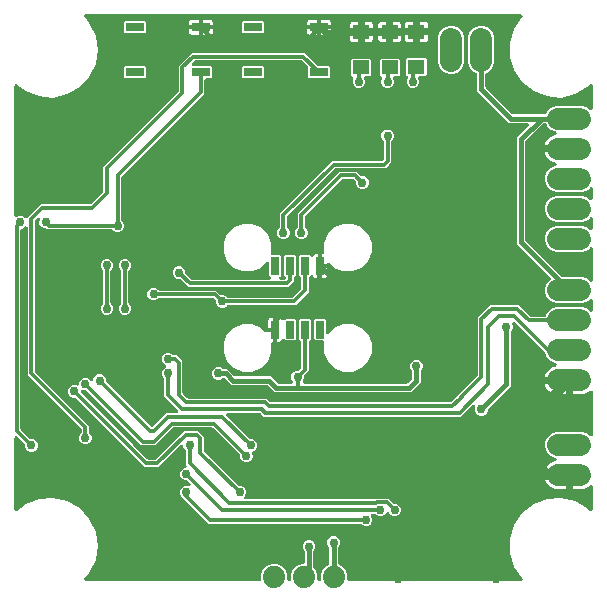
<source format=gbr>
G04 EAGLE Gerber RS-274X export*
G75*
%MOMM*%
%FSLAX34Y34*%
%LPD*%
%INBottom Copper*%
%IPPOS*%
%AMOC8*
5,1,8,0,0,1.08239X$1,22.5*%
G01*
%ADD10R,0.650000X1.500000*%
%ADD11C,1.879600*%
%ADD12R,1.524000X0.762000*%
%ADD13C,1.879600*%
%ADD14R,1.400000X1.200000*%
%ADD15C,0.756400*%
%ADD16C,0.812800*%
%ADD17C,0.406400*%
%ADD18C,0.304800*%

G36*
X217580Y10164D02*
X217580Y10164D01*
X217606Y10162D01*
X217753Y10184D01*
X217900Y10201D01*
X217925Y10209D01*
X217951Y10213D01*
X218089Y10268D01*
X218228Y10318D01*
X218250Y10332D01*
X218275Y10342D01*
X218396Y10427D01*
X218521Y10507D01*
X218539Y10526D01*
X218561Y10541D01*
X218660Y10651D01*
X218763Y10758D01*
X218777Y10780D01*
X218794Y10800D01*
X218866Y10930D01*
X218942Y11057D01*
X218950Y11082D01*
X218963Y11105D01*
X219003Y11248D01*
X219048Y11389D01*
X219050Y11415D01*
X219058Y11440D01*
X219077Y11684D01*
X219077Y16077D01*
X220740Y20091D01*
X223813Y23164D01*
X227827Y24827D01*
X232173Y24827D01*
X236187Y23164D01*
X239260Y20091D01*
X240923Y16077D01*
X240923Y11684D01*
X240926Y11658D01*
X240924Y11632D01*
X240946Y11485D01*
X240963Y11338D01*
X240971Y11313D01*
X240975Y11287D01*
X241030Y11149D01*
X241080Y11010D01*
X241094Y10988D01*
X241104Y10963D01*
X241189Y10842D01*
X241269Y10717D01*
X241288Y10699D01*
X241303Y10677D01*
X241413Y10578D01*
X241520Y10475D01*
X241542Y10461D01*
X241562Y10444D01*
X241692Y10372D01*
X241819Y10296D01*
X241844Y10288D01*
X241867Y10275D01*
X242010Y10235D01*
X242151Y10190D01*
X242177Y10188D01*
X242202Y10180D01*
X242446Y10161D01*
X242954Y10161D01*
X242980Y10164D01*
X243006Y10162D01*
X243153Y10184D01*
X243300Y10201D01*
X243325Y10209D01*
X243351Y10213D01*
X243489Y10268D01*
X243628Y10318D01*
X243650Y10332D01*
X243675Y10342D01*
X243796Y10427D01*
X243921Y10507D01*
X243939Y10526D01*
X243961Y10541D01*
X244060Y10651D01*
X244163Y10758D01*
X244177Y10780D01*
X244194Y10800D01*
X244266Y10930D01*
X244342Y11057D01*
X244350Y11082D01*
X244363Y11105D01*
X244403Y11248D01*
X244448Y11389D01*
X244450Y11415D01*
X244458Y11440D01*
X244477Y11684D01*
X244477Y16077D01*
X246140Y20091D01*
X249213Y23164D01*
X253227Y24827D01*
X254466Y24827D01*
X254492Y24830D01*
X254518Y24828D01*
X254665Y24850D01*
X254812Y24867D01*
X254837Y24875D01*
X254863Y24879D01*
X255001Y24934D01*
X255140Y24984D01*
X255162Y24998D01*
X255187Y25008D01*
X255308Y25093D01*
X255433Y25173D01*
X255451Y25192D01*
X255473Y25207D01*
X255572Y25317D01*
X255675Y25424D01*
X255689Y25446D01*
X255706Y25466D01*
X255778Y25596D01*
X255854Y25723D01*
X255862Y25748D01*
X255875Y25771D01*
X255915Y25914D01*
X255960Y26055D01*
X255962Y26081D01*
X255970Y26106D01*
X255989Y26350D01*
X255989Y34579D01*
X255975Y34705D01*
X255968Y34831D01*
X255955Y34877D01*
X255949Y34925D01*
X255907Y35044D01*
X255872Y35166D01*
X255848Y35208D01*
X255832Y35253D01*
X255763Y35360D01*
X255702Y35470D01*
X255662Y35516D01*
X255643Y35546D01*
X255608Y35580D01*
X255543Y35656D01*
X255047Y36152D01*
X254239Y38103D01*
X254239Y40214D01*
X255047Y42164D01*
X256540Y43657D01*
X258490Y44465D01*
X260601Y44465D01*
X262552Y43657D01*
X264045Y42164D01*
X264853Y40214D01*
X264853Y38103D01*
X264045Y36152D01*
X263549Y35656D01*
X263470Y35557D01*
X263386Y35463D01*
X263362Y35421D01*
X263332Y35383D01*
X263278Y35269D01*
X263217Y35158D01*
X263204Y35112D01*
X263183Y35068D01*
X263157Y34945D01*
X263122Y34823D01*
X263117Y34762D01*
X263110Y34727D01*
X263111Y34679D01*
X263103Y34579D01*
X263103Y22279D01*
X263117Y22154D01*
X263124Y22028D01*
X263137Y21981D01*
X263143Y21933D01*
X263185Y21814D01*
X263220Y21693D01*
X263244Y21650D01*
X263260Y21605D01*
X263329Y21499D01*
X263390Y21389D01*
X263430Y21342D01*
X263449Y21312D01*
X263484Y21279D01*
X263549Y21202D01*
X264660Y20091D01*
X266323Y16077D01*
X266323Y11684D01*
X266326Y11658D01*
X266324Y11632D01*
X266346Y11485D01*
X266363Y11338D01*
X266371Y11313D01*
X266375Y11287D01*
X266430Y11149D01*
X266480Y11010D01*
X266494Y10988D01*
X266504Y10963D01*
X266589Y10842D01*
X266669Y10717D01*
X266688Y10699D01*
X266703Y10677D01*
X266813Y10578D01*
X266920Y10475D01*
X266942Y10461D01*
X266962Y10444D01*
X267092Y10372D01*
X267219Y10296D01*
X267244Y10288D01*
X267267Y10275D01*
X267410Y10235D01*
X267551Y10190D01*
X267577Y10188D01*
X267602Y10180D01*
X267846Y10161D01*
X268354Y10161D01*
X268380Y10164D01*
X268406Y10162D01*
X268553Y10184D01*
X268700Y10201D01*
X268725Y10209D01*
X268751Y10213D01*
X268889Y10268D01*
X269028Y10318D01*
X269050Y10332D01*
X269075Y10342D01*
X269196Y10427D01*
X269321Y10507D01*
X269339Y10526D01*
X269361Y10541D01*
X269460Y10651D01*
X269563Y10758D01*
X269577Y10780D01*
X269594Y10800D01*
X269666Y10930D01*
X269742Y11057D01*
X269750Y11082D01*
X269763Y11105D01*
X269803Y11248D01*
X269848Y11389D01*
X269850Y11415D01*
X269858Y11440D01*
X269877Y11684D01*
X269877Y16077D01*
X271540Y20091D01*
X274613Y23164D01*
X275919Y23705D01*
X275986Y23742D01*
X276057Y23770D01*
X276138Y23826D01*
X276224Y23874D01*
X276280Y23926D01*
X276343Y23969D01*
X276409Y24042D01*
X276482Y24108D01*
X276525Y24171D01*
X276576Y24228D01*
X276624Y24314D01*
X276680Y24395D01*
X276708Y24466D01*
X276745Y24533D01*
X276772Y24628D01*
X276808Y24719D01*
X276819Y24795D01*
X276840Y24868D01*
X276852Y25017D01*
X276859Y25064D01*
X276857Y25083D01*
X276859Y25112D01*
X276859Y38093D01*
X276845Y38219D01*
X276838Y38345D01*
X276825Y38391D01*
X276819Y38439D01*
X276777Y38558D01*
X276742Y38680D01*
X276718Y38722D01*
X276702Y38767D01*
X276633Y38873D01*
X276572Y38984D01*
X276532Y39030D01*
X276513Y39060D01*
X276478Y39094D01*
X276413Y39170D01*
X275917Y39666D01*
X275109Y41616D01*
X275109Y43728D01*
X275917Y45678D01*
X277410Y47171D01*
X279360Y47979D01*
X281472Y47979D01*
X283422Y47171D01*
X284915Y45678D01*
X285723Y43728D01*
X285723Y41616D01*
X284915Y39666D01*
X284419Y39170D01*
X284340Y39071D01*
X284256Y38977D01*
X284232Y38935D01*
X284202Y38897D01*
X284148Y38783D01*
X284087Y38672D01*
X284074Y38626D01*
X284053Y38582D01*
X284027Y38459D01*
X283992Y38337D01*
X283987Y38276D01*
X283980Y38241D01*
X283981Y38193D01*
X283973Y38093D01*
X283973Y25430D01*
X283981Y25354D01*
X283980Y25278D01*
X284001Y25182D01*
X284013Y25084D01*
X284038Y25012D01*
X284055Y24937D01*
X284097Y24849D01*
X284130Y24756D01*
X284172Y24692D01*
X284204Y24623D01*
X284266Y24546D01*
X284319Y24463D01*
X284374Y24410D01*
X284422Y24350D01*
X284499Y24289D01*
X284570Y24221D01*
X284635Y24182D01*
X284695Y24134D01*
X284829Y24066D01*
X284869Y24042D01*
X284887Y24036D01*
X284913Y24023D01*
X286987Y23164D01*
X290060Y20091D01*
X291723Y16077D01*
X291723Y11684D01*
X291726Y11658D01*
X291724Y11632D01*
X291746Y11485D01*
X291763Y11338D01*
X291771Y11313D01*
X291775Y11287D01*
X291830Y11149D01*
X291880Y11010D01*
X291894Y10988D01*
X291904Y10963D01*
X291989Y10842D01*
X292069Y10717D01*
X292088Y10699D01*
X292103Y10677D01*
X292213Y10578D01*
X292320Y10475D01*
X292342Y10461D01*
X292362Y10444D01*
X292492Y10372D01*
X292619Y10296D01*
X292644Y10288D01*
X292667Y10275D01*
X292810Y10235D01*
X292951Y10190D01*
X292977Y10188D01*
X293002Y10180D01*
X293246Y10161D01*
X438844Y10161D01*
X438976Y10176D01*
X439108Y10184D01*
X439149Y10196D01*
X439191Y10201D01*
X439315Y10245D01*
X439442Y10283D01*
X439479Y10304D01*
X439519Y10318D01*
X439630Y10390D01*
X439745Y10456D01*
X439776Y10484D01*
X439811Y10507D01*
X439904Y10603D01*
X440001Y10692D01*
X440024Y10727D01*
X440054Y10758D01*
X440122Y10872D01*
X440196Y10981D01*
X440211Y11021D01*
X440232Y11057D01*
X440273Y11183D01*
X440320Y11307D01*
X440326Y11349D01*
X440339Y11389D01*
X440349Y11521D01*
X440367Y11652D01*
X440363Y11694D01*
X440367Y11736D01*
X440347Y11867D01*
X440335Y11999D01*
X440321Y12039D01*
X440315Y12081D01*
X440266Y12204D01*
X440224Y12330D01*
X440198Y12375D01*
X440186Y12405D01*
X440158Y12445D01*
X440103Y12542D01*
X433399Y22374D01*
X429830Y33945D01*
X429830Y46055D01*
X433399Y57626D01*
X440221Y67631D01*
X449688Y75181D01*
X460960Y79605D01*
X473036Y80510D01*
X484841Y77815D01*
X495328Y71761D01*
X497199Y69744D01*
X497297Y69661D01*
X497390Y69571D01*
X497429Y69547D01*
X497464Y69518D01*
X497578Y69458D01*
X497689Y69392D01*
X497733Y69378D01*
X497773Y69357D01*
X497898Y69325D01*
X498021Y69286D01*
X498067Y69282D01*
X498111Y69271D01*
X498240Y69268D01*
X498368Y69258D01*
X498414Y69265D01*
X498460Y69264D01*
X498586Y69291D01*
X498713Y69310D01*
X498756Y69327D01*
X498800Y69336D01*
X498917Y69391D01*
X499037Y69438D01*
X499075Y69465D01*
X499116Y69484D01*
X499217Y69564D01*
X499323Y69637D01*
X499354Y69671D01*
X499390Y69700D01*
X499470Y69801D01*
X499556Y69896D01*
X499579Y69936D01*
X499607Y69972D01*
X499663Y70088D01*
X499725Y70201D01*
X499737Y70245D01*
X499757Y70287D01*
X499785Y70412D01*
X499820Y70537D01*
X499824Y70594D01*
X499832Y70627D01*
X499831Y70676D01*
X499839Y70780D01*
X499839Y89880D01*
X499828Y89980D01*
X499826Y90080D01*
X499808Y90152D01*
X499799Y90226D01*
X499766Y90321D01*
X499741Y90418D01*
X499707Y90484D01*
X499682Y90554D01*
X499627Y90639D01*
X499581Y90728D01*
X499533Y90785D01*
X499493Y90847D01*
X499421Y90917D01*
X499355Y90993D01*
X499296Y91038D01*
X499242Y91089D01*
X499156Y91141D01*
X499075Y91201D01*
X499007Y91230D01*
X498943Y91268D01*
X498848Y91299D01*
X498755Y91339D01*
X498682Y91352D01*
X498611Y91374D01*
X498511Y91382D01*
X498412Y91400D01*
X498338Y91396D01*
X498264Y91402D01*
X498165Y91387D01*
X498064Y91382D01*
X497993Y91362D01*
X497919Y91351D01*
X497826Y91313D01*
X497729Y91286D01*
X497664Y91249D01*
X497595Y91222D01*
X497513Y91165D01*
X497425Y91115D01*
X497349Y91050D01*
X497309Y91023D01*
X497285Y90996D01*
X497239Y90957D01*
X497175Y90893D01*
X495655Y89789D01*
X493981Y88936D01*
X492194Y88355D01*
X490338Y88061D01*
X482793Y88061D01*
X482793Y98730D01*
X482790Y98756D01*
X482792Y98782D01*
X482770Y98929D01*
X482753Y99076D01*
X482745Y99101D01*
X482741Y99127D01*
X482686Y99264D01*
X482636Y99404D01*
X482622Y99426D01*
X482612Y99451D01*
X482527Y99572D01*
X482447Y99697D01*
X482428Y99715D01*
X482413Y99737D01*
X482303Y99836D01*
X482196Y99939D01*
X482174Y99953D01*
X482154Y99970D01*
X482024Y100042D01*
X481897Y100118D01*
X481872Y100126D01*
X481849Y100139D01*
X481706Y100179D01*
X481565Y100224D01*
X481539Y100226D01*
X481514Y100233D01*
X481270Y100253D01*
X480253Y100253D01*
X480253Y101270D01*
X480250Y101296D01*
X480252Y101322D01*
X480230Y101469D01*
X480213Y101616D01*
X480204Y101641D01*
X480200Y101667D01*
X480146Y101805D01*
X480096Y101944D01*
X480081Y101966D01*
X480072Y101991D01*
X479987Y102112D01*
X479907Y102237D01*
X479888Y102255D01*
X479873Y102277D01*
X479763Y102376D01*
X479656Y102479D01*
X479633Y102493D01*
X479614Y102510D01*
X479484Y102582D01*
X479357Y102658D01*
X479332Y102666D01*
X479309Y102679D01*
X479166Y102719D01*
X479025Y102764D01*
X478999Y102766D01*
X478974Y102774D01*
X478730Y102793D01*
X458957Y102793D01*
X458957Y102796D01*
X459538Y104583D01*
X460391Y106257D01*
X461496Y107778D01*
X462824Y109106D01*
X464345Y110211D01*
X466019Y111064D01*
X467806Y111645D01*
X467869Y111655D01*
X467971Y111683D01*
X468074Y111702D01*
X468138Y111730D01*
X468205Y111748D01*
X468297Y111799D01*
X468394Y111841D01*
X468450Y111882D01*
X468511Y111916D01*
X468589Y111986D01*
X468673Y112049D01*
X468718Y112102D01*
X468770Y112148D01*
X468831Y112234D01*
X468899Y112315D01*
X468930Y112377D01*
X468970Y112434D01*
X469009Y112531D01*
X469057Y112625D01*
X469074Y112692D01*
X469100Y112757D01*
X469116Y112861D01*
X469142Y112963D01*
X469143Y113033D01*
X469153Y113101D01*
X469145Y113206D01*
X469147Y113312D01*
X469132Y113380D01*
X469126Y113449D01*
X469095Y113549D01*
X469072Y113652D01*
X469042Y113715D01*
X469021Y113781D01*
X468968Y113872D01*
X468923Y113967D01*
X468879Y114021D01*
X468844Y114081D01*
X468771Y114157D01*
X468705Y114239D01*
X468651Y114282D01*
X468602Y114333D01*
X468514Y114390D01*
X468432Y114455D01*
X468349Y114497D01*
X468310Y114523D01*
X468274Y114536D01*
X468214Y114567D01*
X464415Y116140D01*
X461342Y119213D01*
X459679Y123227D01*
X459679Y127573D01*
X461342Y131587D01*
X464415Y134660D01*
X468429Y136323D01*
X491571Y136323D01*
X495585Y134660D01*
X497239Y133006D01*
X497318Y132944D01*
X497390Y132874D01*
X497454Y132836D01*
X497512Y132790D01*
X497603Y132747D01*
X497689Y132695D01*
X497760Y132672D01*
X497827Y132641D01*
X497925Y132619D01*
X498021Y132589D01*
X498095Y132583D01*
X498168Y132567D01*
X498268Y132569D01*
X498368Y132561D01*
X498442Y132572D01*
X498516Y132573D01*
X498613Y132598D01*
X498713Y132613D01*
X498782Y132640D01*
X498854Y132658D01*
X498943Y132704D01*
X499037Y132741D01*
X499098Y132784D01*
X499164Y132818D01*
X499240Y132883D01*
X499323Y132940D01*
X499373Y132995D01*
X499429Y133044D01*
X499489Y133124D01*
X499556Y133199D01*
X499592Y133264D01*
X499637Y133324D01*
X499676Y133416D01*
X499725Y133504D01*
X499745Y133576D01*
X499775Y133644D01*
X499792Y133743D01*
X499820Y133839D01*
X499828Y133939D01*
X499836Y133987D01*
X499834Y134023D01*
X499839Y134083D01*
X499839Y169880D01*
X499828Y169980D01*
X499826Y170080D01*
X499808Y170152D01*
X499799Y170226D01*
X499766Y170321D01*
X499741Y170418D01*
X499707Y170484D01*
X499682Y170554D01*
X499627Y170639D01*
X499581Y170728D01*
X499533Y170785D01*
X499493Y170847D01*
X499421Y170917D01*
X499355Y170993D01*
X499296Y171038D01*
X499242Y171089D01*
X499156Y171141D01*
X499075Y171201D01*
X499007Y171230D01*
X498943Y171268D01*
X498848Y171299D01*
X498755Y171339D01*
X498682Y171352D01*
X498611Y171374D01*
X498511Y171382D01*
X498412Y171400D01*
X498338Y171396D01*
X498264Y171402D01*
X498165Y171387D01*
X498064Y171382D01*
X497993Y171362D01*
X497919Y171351D01*
X497826Y171313D01*
X497729Y171286D01*
X497664Y171249D01*
X497595Y171222D01*
X497513Y171165D01*
X497425Y171115D01*
X497349Y171050D01*
X497309Y171023D01*
X497285Y170996D01*
X497239Y170957D01*
X497175Y170893D01*
X495655Y169789D01*
X493981Y168936D01*
X492194Y168355D01*
X490338Y168061D01*
X482793Y168061D01*
X482793Y178730D01*
X482790Y178756D01*
X482792Y178782D01*
X482770Y178929D01*
X482753Y179076D01*
X482745Y179101D01*
X482741Y179127D01*
X482686Y179264D01*
X482636Y179404D01*
X482622Y179426D01*
X482612Y179451D01*
X482527Y179572D01*
X482447Y179697D01*
X482428Y179715D01*
X482413Y179737D01*
X482303Y179836D01*
X482196Y179939D01*
X482174Y179953D01*
X482154Y179970D01*
X482024Y180042D01*
X481897Y180118D01*
X481872Y180126D01*
X481849Y180139D01*
X481706Y180179D01*
X481565Y180224D01*
X481539Y180226D01*
X481514Y180233D01*
X481270Y180253D01*
X480253Y180253D01*
X480253Y181270D01*
X480250Y181296D01*
X480252Y181322D01*
X480230Y181469D01*
X480213Y181616D01*
X480204Y181641D01*
X480200Y181667D01*
X480146Y181805D01*
X480096Y181944D01*
X480081Y181966D01*
X480072Y181991D01*
X479987Y182112D01*
X479907Y182237D01*
X479888Y182255D01*
X479873Y182277D01*
X479763Y182376D01*
X479656Y182479D01*
X479633Y182493D01*
X479614Y182510D01*
X479484Y182582D01*
X479357Y182658D01*
X479332Y182666D01*
X479309Y182679D01*
X479166Y182719D01*
X479025Y182764D01*
X478999Y182766D01*
X478974Y182774D01*
X478730Y182793D01*
X458957Y182793D01*
X458957Y182796D01*
X459538Y184583D01*
X460391Y186257D01*
X461496Y187778D01*
X462824Y189106D01*
X464345Y190211D01*
X466019Y191064D01*
X467806Y191645D01*
X467869Y191655D01*
X467970Y191683D01*
X468074Y191702D01*
X468138Y191730D01*
X468205Y191748D01*
X468297Y191799D01*
X468394Y191841D01*
X468450Y191882D01*
X468510Y191915D01*
X468589Y191986D01*
X468674Y192049D01*
X468718Y192102D01*
X468770Y192148D01*
X468831Y192234D01*
X468899Y192315D01*
X468930Y192376D01*
X468970Y192433D01*
X469009Y192531D01*
X469057Y192625D01*
X469074Y192692D01*
X469100Y192757D01*
X469116Y192861D01*
X469142Y192963D01*
X469143Y193032D01*
X469153Y193101D01*
X469145Y193206D01*
X469147Y193312D01*
X469132Y193379D01*
X469126Y193449D01*
X469095Y193549D01*
X469072Y193652D01*
X469042Y193715D01*
X469022Y193781D01*
X468968Y193872D01*
X468923Y193967D01*
X468879Y194021D01*
X468844Y194081D01*
X468771Y194157D01*
X468705Y194239D01*
X468651Y194282D01*
X468603Y194332D01*
X468514Y194390D01*
X468432Y194455D01*
X468349Y194497D01*
X468311Y194522D01*
X468274Y194536D01*
X468214Y194567D01*
X464415Y196140D01*
X461342Y199213D01*
X459587Y203449D01*
X459586Y203451D01*
X459586Y203453D01*
X459502Y203603D01*
X459418Y203754D01*
X459417Y203755D01*
X459416Y203757D01*
X459257Y203943D01*
X434213Y228988D01*
X434174Y229019D01*
X434140Y229056D01*
X434037Y229127D01*
X433940Y229204D01*
X433894Y229226D01*
X433853Y229254D01*
X433737Y229300D01*
X433625Y229353D01*
X433576Y229364D01*
X433529Y229382D01*
X433406Y229400D01*
X433284Y229426D01*
X433234Y229426D01*
X433184Y229433D01*
X433060Y229423D01*
X432936Y229420D01*
X432887Y229408D01*
X432837Y229404D01*
X432718Y229366D01*
X432598Y229335D01*
X432553Y229312D01*
X432505Y229297D01*
X432399Y229233D01*
X432288Y229176D01*
X432249Y229143D01*
X432206Y229117D01*
X432117Y229031D01*
X432022Y228950D01*
X431993Y228909D01*
X431956Y228874D01*
X431889Y228770D01*
X431815Y228670D01*
X431795Y228623D01*
X431768Y228581D01*
X431726Y228464D01*
X431677Y228350D01*
X431668Y228300D01*
X431652Y228253D01*
X431638Y228129D01*
X431616Y228007D01*
X431618Y227956D01*
X431613Y227906D01*
X431627Y227783D01*
X431634Y227659D01*
X431647Y227610D01*
X431653Y227560D01*
X431729Y227327D01*
X432027Y226608D01*
X432027Y224496D01*
X431219Y222546D01*
X430723Y222050D01*
X430644Y221951D01*
X430560Y221857D01*
X430536Y221815D01*
X430506Y221777D01*
X430452Y221663D01*
X430391Y221552D01*
X430378Y221506D01*
X430357Y221462D01*
X430331Y221339D01*
X430296Y221217D01*
X430291Y221156D01*
X430284Y221121D01*
X430285Y221073D01*
X430277Y220973D01*
X430277Y175311D01*
X411137Y156171D01*
X411058Y156072D01*
X410974Y155978D01*
X410950Y155936D01*
X410920Y155898D01*
X410866Y155784D01*
X410805Y155673D01*
X410792Y155626D01*
X410771Y155583D01*
X410745Y155459D01*
X410710Y155338D01*
X410705Y155277D01*
X410698Y155242D01*
X410699Y155194D01*
X410691Y155094D01*
X410691Y154392D01*
X409883Y152442D01*
X408390Y150949D01*
X406440Y150141D01*
X404328Y150141D01*
X402378Y150949D01*
X400885Y152442D01*
X400077Y154392D01*
X400077Y156504D01*
X400375Y157223D01*
X400389Y157272D01*
X400411Y157317D01*
X400437Y157439D01*
X400471Y157559D01*
X400474Y157609D01*
X400484Y157658D01*
X400482Y157782D01*
X400488Y157907D01*
X400479Y157956D01*
X400478Y158007D01*
X400448Y158127D01*
X400426Y158250D01*
X400405Y158296D01*
X400393Y158345D01*
X400336Y158455D01*
X400287Y158569D01*
X400257Y158610D01*
X400234Y158654D01*
X400153Y158749D01*
X400079Y158849D01*
X400040Y158881D01*
X400008Y158920D01*
X399908Y158994D01*
X399813Y159074D01*
X399768Y159097D01*
X399727Y159127D01*
X399613Y159176D01*
X399503Y159233D01*
X399454Y159245D01*
X399407Y159265D01*
X399285Y159287D01*
X399164Y159317D01*
X399114Y159318D01*
X399064Y159327D01*
X398940Y159320D01*
X398816Y159322D01*
X398767Y159311D01*
X398716Y159309D01*
X398597Y159274D01*
X398475Y159248D01*
X398430Y159226D01*
X398382Y159212D01*
X398273Y159151D01*
X398161Y159098D01*
X398121Y159067D01*
X398077Y159042D01*
X397891Y158884D01*
X397888Y158881D01*
X388359Y149351D01*
X221241Y149351D01*
X218639Y151953D01*
X218540Y152032D01*
X218446Y152116D01*
X218404Y152140D01*
X218366Y152170D01*
X218252Y152224D01*
X218141Y152285D01*
X218095Y152298D01*
X218051Y152319D01*
X217928Y152345D01*
X217806Y152380D01*
X217745Y152385D01*
X217710Y152392D01*
X217662Y152391D01*
X217562Y152399D01*
X190870Y152399D01*
X190770Y152388D01*
X190670Y152386D01*
X190597Y152368D01*
X190524Y152359D01*
X190429Y152326D01*
X190332Y152301D01*
X190265Y152267D01*
X190195Y152242D01*
X190111Y152187D01*
X190022Y152141D01*
X189965Y152093D01*
X189903Y152053D01*
X189833Y151981D01*
X189756Y151916D01*
X189712Y151856D01*
X189660Y151802D01*
X189609Y151716D01*
X189549Y151635D01*
X189520Y151567D01*
X189482Y151503D01*
X189451Y151407D01*
X189411Y151315D01*
X189398Y151242D01*
X189375Y151171D01*
X189367Y151071D01*
X189350Y150972D01*
X189353Y150898D01*
X189347Y150824D01*
X189362Y150724D01*
X189367Y150624D01*
X189388Y150553D01*
X189399Y150479D01*
X189436Y150386D01*
X189464Y150289D01*
X189500Y150224D01*
X189528Y150155D01*
X189585Y150073D01*
X189634Y149985D01*
X189699Y149909D01*
X189727Y149869D01*
X189753Y149845D01*
X189793Y149799D01*
X208871Y130721D01*
X208970Y130642D01*
X209064Y130558D01*
X209106Y130534D01*
X209144Y130504D01*
X209258Y130450D01*
X209369Y130389D01*
X209415Y130376D01*
X209459Y130355D01*
X209582Y130329D01*
X209704Y130294D01*
X209765Y130289D01*
X209800Y130282D01*
X209848Y130283D01*
X209948Y130275D01*
X211368Y130275D01*
X213318Y129467D01*
X214811Y127974D01*
X215619Y126024D01*
X215619Y123912D01*
X214811Y121962D01*
X213318Y120469D01*
X212192Y120003D01*
X212169Y119990D01*
X212144Y119982D01*
X212017Y119906D01*
X211887Y119833D01*
X211868Y119816D01*
X211845Y119802D01*
X211739Y119699D01*
X211629Y119599D01*
X211614Y119578D01*
X211595Y119559D01*
X211515Y119435D01*
X211431Y119313D01*
X211421Y119288D01*
X211407Y119266D01*
X211357Y119126D01*
X211303Y118988D01*
X211299Y118962D01*
X211290Y118938D01*
X211274Y118790D01*
X211252Y118644D01*
X211254Y118617D01*
X211252Y118591D01*
X211269Y118444D01*
X211281Y118296D01*
X211289Y118271D01*
X211292Y118245D01*
X211367Y118012D01*
X211837Y116880D01*
X211837Y114768D01*
X211029Y112818D01*
X209536Y111325D01*
X207586Y110517D01*
X205474Y110517D01*
X203524Y111325D01*
X202031Y112818D01*
X201223Y114768D01*
X201223Y116188D01*
X201209Y116314D01*
X201202Y116440D01*
X201189Y116486D01*
X201183Y116534D01*
X201141Y116653D01*
X201106Y116775D01*
X201082Y116817D01*
X201066Y116863D01*
X200997Y116969D01*
X200936Y117079D01*
X200896Y117125D01*
X200877Y117155D01*
X200842Y117189D01*
X200777Y117265D01*
X178281Y139761D01*
X178182Y139840D01*
X178088Y139924D01*
X178046Y139948D01*
X178008Y139978D01*
X177894Y140032D01*
X177783Y140093D01*
X177737Y140106D01*
X177693Y140127D01*
X177570Y140153D01*
X177448Y140188D01*
X177387Y140193D01*
X177352Y140200D01*
X177304Y140199D01*
X177204Y140207D01*
X145150Y140207D01*
X145024Y140193D01*
X144898Y140186D01*
X144852Y140173D01*
X144804Y140167D01*
X144685Y140125D01*
X144563Y140090D01*
X144521Y140066D01*
X144475Y140050D01*
X144369Y139981D01*
X144259Y139920D01*
X144213Y139880D01*
X144183Y139861D01*
X144149Y139826D01*
X144073Y139761D01*
X129279Y124967D01*
X117609Y124967D01*
X71545Y171031D01*
X71446Y171110D01*
X71352Y171194D01*
X71310Y171218D01*
X71272Y171248D01*
X71158Y171302D01*
X71047Y171363D01*
X71001Y171376D01*
X70957Y171397D01*
X70834Y171423D01*
X70712Y171458D01*
X70651Y171463D01*
X70617Y171470D01*
X70569Y171469D01*
X70468Y171477D01*
X69048Y171477D01*
X68373Y171757D01*
X68228Y171798D01*
X68085Y171844D01*
X68061Y171846D01*
X68038Y171853D01*
X67887Y171860D01*
X67738Y171872D01*
X67714Y171869D01*
X67690Y171870D01*
X67542Y171843D01*
X67393Y171820D01*
X67371Y171812D01*
X67347Y171807D01*
X67209Y171747D01*
X67069Y171692D01*
X67049Y171678D01*
X67027Y171668D01*
X66907Y171579D01*
X66783Y171493D01*
X66767Y171475D01*
X66747Y171460D01*
X66650Y171345D01*
X66550Y171234D01*
X66538Y171213D01*
X66522Y171194D01*
X66454Y171060D01*
X66381Y170929D01*
X66375Y170906D01*
X66364Y170884D01*
X66336Y170774D01*
X66331Y170763D01*
X66327Y170736D01*
X66286Y170594D01*
X66284Y170564D01*
X66279Y170546D01*
X66279Y170499D01*
X66275Y170446D01*
X66270Y170420D01*
X66271Y170400D01*
X66267Y170350D01*
X66267Y170324D01*
X66275Y170251D01*
X66274Y170197D01*
X66283Y170156D01*
X66288Y170072D01*
X66301Y170026D01*
X66307Y169978D01*
X66347Y169865D01*
X66349Y169857D01*
X66351Y169851D01*
X66384Y169737D01*
X66408Y169695D01*
X66424Y169649D01*
X66493Y169543D01*
X66554Y169433D01*
X66594Y169387D01*
X66613Y169357D01*
X66648Y169323D01*
X66713Y169247D01*
X110175Y125785D01*
X110545Y125415D01*
X122737Y113223D01*
X122836Y113144D01*
X122930Y113060D01*
X122972Y113036D01*
X123010Y113006D01*
X123124Y112952D01*
X123235Y112891D01*
X123281Y112878D01*
X123325Y112857D01*
X123448Y112831D01*
X123570Y112796D01*
X123631Y112791D01*
X123666Y112784D01*
X123714Y112785D01*
X123814Y112777D01*
X129170Y112777D01*
X129296Y112791D01*
X129422Y112798D01*
X129468Y112811D01*
X129516Y112817D01*
X129635Y112859D01*
X129757Y112894D01*
X129799Y112918D01*
X129845Y112934D01*
X129951Y113003D01*
X130061Y113064D01*
X130107Y113104D01*
X130137Y113123D01*
X130171Y113158D01*
X130247Y113223D01*
X154185Y137161D01*
X165855Y137161D01*
X170689Y132327D01*
X170689Y120766D01*
X170703Y120640D01*
X170710Y120514D01*
X170723Y120468D01*
X170729Y120420D01*
X170771Y120301D01*
X170806Y120179D01*
X170830Y120137D01*
X170846Y120091D01*
X170915Y119985D01*
X170976Y119875D01*
X171016Y119829D01*
X171035Y119799D01*
X171070Y119765D01*
X171135Y119689D01*
X199727Y91097D01*
X199826Y91018D01*
X199920Y90934D01*
X199962Y90910D01*
X200000Y90880D01*
X200114Y90826D01*
X200225Y90765D01*
X200271Y90752D01*
X200315Y90731D01*
X200438Y90705D01*
X200560Y90670D01*
X200621Y90665D01*
X200656Y90658D01*
X200704Y90659D01*
X200804Y90651D01*
X202224Y90651D01*
X204174Y89843D01*
X205667Y88350D01*
X206475Y86400D01*
X206475Y84288D01*
X205667Y82338D01*
X205178Y81849D01*
X205116Y81771D01*
X205046Y81698D01*
X205008Y81634D01*
X204961Y81576D01*
X204918Y81485D01*
X204867Y81399D01*
X204844Y81328D01*
X204812Y81261D01*
X204791Y81163D01*
X204761Y81067D01*
X204755Y80993D01*
X204739Y80920D01*
X204741Y80820D01*
X204733Y80720D01*
X204744Y80646D01*
X204745Y80572D01*
X204769Y80475D01*
X204784Y80375D01*
X204812Y80306D01*
X204830Y80234D01*
X204876Y80145D01*
X204913Y80051D01*
X204955Y79990D01*
X204990Y79924D01*
X205055Y79847D01*
X205112Y79765D01*
X205167Y79715D01*
X205215Y79659D01*
X205296Y79599D01*
X205371Y79532D01*
X205436Y79496D01*
X205496Y79451D01*
X205588Y79412D01*
X205676Y79363D01*
X205747Y79343D01*
X205816Y79313D01*
X205915Y79296D01*
X206011Y79268D01*
X206111Y79260D01*
X206159Y79252D01*
X206195Y79254D01*
X206255Y79249D01*
X314583Y79249D01*
X314709Y79263D01*
X314835Y79270D01*
X314881Y79283D01*
X314929Y79289D01*
X315048Y79331D01*
X315170Y79366D01*
X315212Y79390D01*
X315257Y79406D01*
X315364Y79475D01*
X315474Y79536D01*
X315520Y79576D01*
X315550Y79595D01*
X315584Y79630D01*
X315660Y79695D01*
X315948Y79983D01*
X326665Y79983D01*
X330791Y75857D01*
X330890Y75778D01*
X330984Y75694D01*
X331026Y75670D01*
X331064Y75640D01*
X331178Y75586D01*
X331289Y75525D01*
X331335Y75512D01*
X331379Y75491D01*
X331502Y75465D01*
X331624Y75430D01*
X331685Y75425D01*
X331720Y75418D01*
X331768Y75419D01*
X331868Y75411D01*
X333288Y75411D01*
X335238Y74603D01*
X336731Y73110D01*
X337539Y71160D01*
X337539Y69048D01*
X336731Y67098D01*
X335238Y65605D01*
X333288Y64797D01*
X331176Y64797D01*
X329226Y65605D01*
X327733Y67098D01*
X327543Y67556D01*
X327495Y67644D01*
X327455Y67736D01*
X327410Y67796D01*
X327374Y67861D01*
X327307Y67935D01*
X327247Y68016D01*
X327190Y68064D01*
X327140Y68119D01*
X327057Y68176D01*
X326981Y68241D01*
X326914Y68275D01*
X326853Y68317D01*
X326760Y68354D01*
X326670Y68400D01*
X326598Y68418D01*
X326529Y68445D01*
X326429Y68460D01*
X326332Y68484D01*
X326258Y68485D01*
X326184Y68496D01*
X326084Y68488D01*
X325984Y68489D01*
X325911Y68473D01*
X325837Y68467D01*
X325741Y68436D01*
X325643Y68415D01*
X325576Y68383D01*
X325505Y68360D01*
X325419Y68308D01*
X325328Y68265D01*
X325270Y68219D01*
X325207Y68180D01*
X325134Y68110D01*
X325056Y68048D01*
X325010Y67989D01*
X324957Y67938D01*
X324902Y67853D01*
X324840Y67774D01*
X324794Y67685D01*
X324768Y67644D01*
X324756Y67611D01*
X324729Y67556D01*
X324539Y67098D01*
X323046Y65605D01*
X321096Y64797D01*
X318984Y64797D01*
X317034Y65605D01*
X316030Y66609D01*
X315931Y66688D01*
X315837Y66772D01*
X315795Y66796D01*
X315757Y66826D01*
X315643Y66880D01*
X315532Y66941D01*
X315486Y66954D01*
X315442Y66975D01*
X315319Y67001D01*
X315197Y67036D01*
X315136Y67041D01*
X315101Y67048D01*
X315053Y67047D01*
X314953Y67055D01*
X313651Y67055D01*
X313502Y67038D01*
X313352Y67026D01*
X313329Y67018D01*
X313305Y67015D01*
X313163Y66965D01*
X313020Y66919D01*
X312999Y66906D01*
X312977Y66898D01*
X312850Y66816D01*
X312722Y66739D01*
X312704Y66722D01*
X312684Y66709D01*
X312579Y66600D01*
X312472Y66496D01*
X312459Y66476D01*
X312442Y66458D01*
X312364Y66329D01*
X312283Y66203D01*
X312275Y66180D01*
X312263Y66159D01*
X312217Y66016D01*
X312167Y65874D01*
X312164Y65850D01*
X312157Y65827D01*
X312145Y65678D01*
X312128Y65528D01*
X312131Y65504D01*
X312129Y65480D01*
X312151Y65331D01*
X312169Y65182D01*
X312177Y65154D01*
X312180Y65135D01*
X312198Y65091D01*
X312244Y64949D01*
X313155Y62750D01*
X313155Y60638D01*
X312347Y58688D01*
X310854Y57195D01*
X308904Y56387D01*
X306792Y56387D01*
X304842Y57195D01*
X303838Y58199D01*
X303739Y58278D01*
X303645Y58362D01*
X303603Y58386D01*
X303565Y58416D01*
X303451Y58470D01*
X303340Y58531D01*
X303294Y58544D01*
X303250Y58565D01*
X303127Y58591D01*
X303005Y58626D01*
X302944Y58631D01*
X302909Y58638D01*
X302861Y58637D01*
X302761Y58645D01*
X174787Y58645D01*
X154632Y78801D01*
X154631Y78801D01*
X152904Y80528D01*
X152903Y80530D01*
X152901Y80531D01*
X152770Y80634D01*
X152631Y80745D01*
X152629Y80746D01*
X152628Y80747D01*
X152448Y80839D01*
X150949Y82338D01*
X150141Y84288D01*
X150141Y86400D01*
X150949Y88350D01*
X152442Y89843D01*
X154392Y90651D01*
X156504Y90651D01*
X157223Y90353D01*
X157272Y90339D01*
X157317Y90317D01*
X157439Y90291D01*
X157559Y90257D01*
X157609Y90254D01*
X157658Y90244D01*
X157782Y90246D01*
X157907Y90240D01*
X157956Y90249D01*
X158007Y90250D01*
X158127Y90280D01*
X158250Y90302D01*
X158296Y90323D01*
X158345Y90335D01*
X158455Y90392D01*
X158569Y90441D01*
X158610Y90471D01*
X158654Y90494D01*
X158749Y90575D01*
X158849Y90649D01*
X158882Y90688D01*
X158920Y90720D01*
X158994Y90820D01*
X159074Y90915D01*
X159097Y90960D01*
X159127Y91001D01*
X159176Y91115D01*
X159233Y91225D01*
X159245Y91274D01*
X159265Y91321D01*
X159287Y91443D01*
X159317Y91564D01*
X159318Y91614D01*
X159327Y91664D01*
X159320Y91788D01*
X159322Y91912D01*
X159311Y91961D01*
X159309Y92012D01*
X159274Y92131D01*
X159248Y92253D01*
X159226Y92298D01*
X159212Y92347D01*
X159151Y92455D01*
X159098Y92567D01*
X159067Y92607D01*
X159042Y92651D01*
X158884Y92837D01*
X158881Y92840D01*
X156889Y94831D01*
X156790Y94910D01*
X156696Y94994D01*
X156654Y95018D01*
X156616Y95048D01*
X156502Y95102D01*
X156391Y95163D01*
X156345Y95176D01*
X156301Y95197D01*
X156178Y95223D01*
X156056Y95258D01*
X155995Y95263D01*
X155960Y95270D01*
X155912Y95269D01*
X155812Y95277D01*
X154392Y95277D01*
X152442Y96085D01*
X150949Y97578D01*
X150141Y99528D01*
X150141Y101640D01*
X150949Y103590D01*
X152442Y105083D01*
X154411Y105898D01*
X154444Y105902D01*
X154544Y105904D01*
X154617Y105922D01*
X154690Y105931D01*
X154785Y105964D01*
X154882Y105989D01*
X154948Y106023D01*
X155019Y106048D01*
X155103Y106103D01*
X155192Y106149D01*
X155249Y106197D01*
X155311Y106237D01*
X155381Y106309D01*
X155458Y106374D01*
X155502Y106434D01*
X155554Y106488D01*
X155605Y106574D01*
X155665Y106655D01*
X155694Y106723D01*
X155732Y106787D01*
X155763Y106882D01*
X155803Y106975D01*
X155816Y107048D01*
X155839Y107119D01*
X155847Y107219D01*
X155864Y107318D01*
X155861Y107392D01*
X155867Y107466D01*
X155852Y107565D01*
X155847Y107666D01*
X155826Y107737D01*
X155815Y107811D01*
X155778Y107904D01*
X155750Y108001D01*
X155714Y108066D01*
X155686Y108135D01*
X155629Y108217D01*
X155580Y108305D01*
X155515Y108381D01*
X155487Y108421D01*
X155461Y108445D01*
X155447Y108461D01*
X155447Y119881D01*
X155433Y120007D01*
X155426Y120133D01*
X155413Y120179D01*
X155407Y120227D01*
X155365Y120346D01*
X155330Y120468D01*
X155306Y120510D01*
X155290Y120555D01*
X155221Y120661D01*
X155160Y120772D01*
X155120Y120818D01*
X155101Y120848D01*
X155066Y120882D01*
X155001Y120958D01*
X153997Y121962D01*
X153182Y123931D01*
X153178Y123964D01*
X153176Y124064D01*
X153158Y124137D01*
X153149Y124210D01*
X153116Y124305D01*
X153091Y124402D01*
X153057Y124469D01*
X153032Y124539D01*
X152977Y124623D01*
X152931Y124712D01*
X152883Y124769D01*
X152843Y124831D01*
X152771Y124901D01*
X152706Y124978D01*
X152646Y125022D01*
X152592Y125074D01*
X152506Y125125D01*
X152425Y125185D01*
X152357Y125214D01*
X152293Y125252D01*
X152197Y125283D01*
X152105Y125323D01*
X152032Y125336D01*
X151961Y125359D01*
X151861Y125367D01*
X151762Y125384D01*
X151688Y125381D01*
X151614Y125387D01*
X151514Y125372D01*
X151414Y125367D01*
X151343Y125346D01*
X151269Y125335D01*
X151176Y125298D01*
X151079Y125270D01*
X151014Y125234D01*
X150945Y125206D01*
X150863Y125149D01*
X150775Y125100D01*
X150699Y125035D01*
X150659Y125007D01*
X150635Y124981D01*
X150589Y124941D01*
X134559Y108911D01*
X132327Y106679D01*
X120657Y106679D01*
X106233Y121103D01*
X105863Y121473D01*
X62401Y164935D01*
X62302Y165014D01*
X62208Y165098D01*
X62166Y165122D01*
X62128Y165152D01*
X62014Y165206D01*
X61903Y165267D01*
X61857Y165280D01*
X61813Y165301D01*
X61690Y165327D01*
X61568Y165362D01*
X61507Y165367D01*
X61472Y165374D01*
X61424Y165373D01*
X61324Y165381D01*
X59904Y165381D01*
X57954Y166189D01*
X56461Y167682D01*
X55653Y169632D01*
X55653Y171744D01*
X56461Y173694D01*
X57954Y175187D01*
X59904Y175995D01*
X62016Y175995D01*
X62691Y175715D01*
X62836Y175674D01*
X62979Y175628D01*
X63003Y175626D01*
X63026Y175619D01*
X63177Y175612D01*
X63326Y175600D01*
X63350Y175603D01*
X63374Y175602D01*
X63522Y175629D01*
X63671Y175652D01*
X63693Y175660D01*
X63717Y175665D01*
X63855Y175725D01*
X63995Y175780D01*
X64015Y175794D01*
X64037Y175804D01*
X64157Y175893D01*
X64281Y175979D01*
X64297Y175997D01*
X64317Y176012D01*
X64414Y176127D01*
X64514Y176238D01*
X64526Y176259D01*
X64542Y176278D01*
X64610Y176412D01*
X64683Y176543D01*
X64689Y176566D01*
X64700Y176588D01*
X64737Y176734D01*
X64778Y176878D01*
X64780Y176908D01*
X64785Y176926D01*
X64785Y176973D01*
X64797Y177122D01*
X64797Y177840D01*
X65605Y179790D01*
X67098Y181283D01*
X69048Y182091D01*
X71160Y182091D01*
X73110Y181283D01*
X74389Y180004D01*
X74468Y179941D01*
X74540Y179872D01*
X74604Y179833D01*
X74662Y179787D01*
X74753Y179744D01*
X74839Y179693D01*
X74910Y179670D01*
X74977Y179638D01*
X75075Y179617D01*
X75171Y179587D01*
X75245Y179581D01*
X75318Y179565D01*
X75418Y179567D01*
X75518Y179559D01*
X75592Y179570D01*
X75666Y179571D01*
X75763Y179595D01*
X75863Y179610D01*
X75932Y179638D01*
X76004Y179656D01*
X76093Y179702D01*
X76187Y179739D01*
X76248Y179782D01*
X76314Y179816D01*
X76390Y179881D01*
X76473Y179938D01*
X76523Y179993D01*
X76579Y180041D01*
X76639Y180122D01*
X76706Y180197D01*
X76742Y180262D01*
X76787Y180322D01*
X76826Y180414D01*
X76875Y180502D01*
X76895Y180573D01*
X76925Y180642D01*
X76942Y180741D01*
X76970Y180837D01*
X76970Y180841D01*
X77797Y182838D01*
X79290Y184331D01*
X81240Y185139D01*
X83352Y185139D01*
X85302Y184331D01*
X86795Y182838D01*
X87603Y180888D01*
X87603Y179468D01*
X87617Y179342D01*
X87624Y179216D01*
X87637Y179170D01*
X87643Y179122D01*
X87685Y179003D01*
X87720Y178881D01*
X87744Y178839D01*
X87760Y178793D01*
X87829Y178687D01*
X87890Y178577D01*
X87930Y178531D01*
X87949Y178501D01*
X87984Y178467D01*
X88049Y178391D01*
X125415Y141025D01*
X125435Y141008D01*
X125452Y140988D01*
X125572Y140900D01*
X125688Y140808D01*
X125712Y140797D01*
X125733Y140781D01*
X125869Y140722D01*
X126003Y140659D01*
X126029Y140654D01*
X126053Y140643D01*
X126199Y140617D01*
X126344Y140586D01*
X126370Y140586D01*
X126396Y140582D01*
X126544Y140589D01*
X126692Y140592D01*
X126718Y140598D01*
X126744Y140599D01*
X126886Y140641D01*
X127030Y140677D01*
X127054Y140689D01*
X127079Y140696D01*
X127208Y140768D01*
X127340Y140836D01*
X127360Y140853D01*
X127383Y140866D01*
X127569Y141025D01*
X138945Y152401D01*
X147458Y152401D01*
X147558Y152412D01*
X147658Y152414D01*
X147731Y152432D01*
X147804Y152441D01*
X147899Y152474D01*
X147996Y152499D01*
X148063Y152533D01*
X148133Y152558D01*
X148217Y152613D01*
X148306Y152659D01*
X148363Y152707D01*
X148425Y152747D01*
X148495Y152819D01*
X148572Y152884D01*
X148616Y152944D01*
X148668Y152998D01*
X148719Y153084D01*
X148779Y153165D01*
X148808Y153233D01*
X148846Y153297D01*
X148877Y153393D01*
X148917Y153485D01*
X148930Y153558D01*
X148953Y153629D01*
X148961Y153729D01*
X148978Y153828D01*
X148975Y153902D01*
X148981Y153976D01*
X148966Y154076D01*
X148961Y154176D01*
X148940Y154247D01*
X148929Y154321D01*
X148892Y154414D01*
X148864Y154511D01*
X148828Y154576D01*
X148800Y154645D01*
X148743Y154727D01*
X148694Y154815D01*
X148629Y154891D01*
X148601Y154931D01*
X148575Y154955D01*
X148535Y155001D01*
X139391Y164145D01*
X137159Y166377D01*
X137159Y180841D01*
X137145Y180967D01*
X137138Y181093D01*
X137125Y181139D01*
X137119Y181187D01*
X137077Y181306D01*
X137042Y181428D01*
X137018Y181470D01*
X137002Y181515D01*
X136933Y181621D01*
X136872Y181732D01*
X136832Y181778D01*
X136813Y181808D01*
X136778Y181842D01*
X136713Y181918D01*
X135709Y182922D01*
X134901Y184872D01*
X134901Y186984D01*
X135709Y188934D01*
X137202Y190427D01*
X137660Y190617D01*
X137748Y190666D01*
X137840Y190706D01*
X137900Y190750D01*
X137965Y190786D01*
X138039Y190854D01*
X138120Y190913D01*
X138168Y190970D01*
X138223Y191020D01*
X138280Y191103D01*
X138345Y191179D01*
X138379Y191246D01*
X138421Y191307D01*
X138458Y191400D01*
X138504Y191490D01*
X138522Y191562D01*
X138549Y191631D01*
X138564Y191731D01*
X138588Y191828D01*
X138589Y191902D01*
X138600Y191976D01*
X138592Y192076D01*
X138593Y192176D01*
X138577Y192249D01*
X138571Y192323D01*
X138540Y192419D01*
X138519Y192517D01*
X138487Y192584D01*
X138464Y192655D01*
X138412Y192741D01*
X138369Y192832D01*
X138323Y192890D01*
X138284Y192953D01*
X138214Y193026D01*
X138152Y193104D01*
X138093Y193150D01*
X138041Y193203D01*
X137957Y193258D01*
X137878Y193320D01*
X137789Y193366D01*
X137748Y193392D01*
X137714Y193404D01*
X137660Y193431D01*
X137202Y193621D01*
X135709Y195114D01*
X134901Y197064D01*
X134901Y199176D01*
X135709Y201126D01*
X137202Y202619D01*
X139152Y203427D01*
X141264Y203427D01*
X143214Y202619D01*
X144218Y201615D01*
X144317Y201536D01*
X144411Y201452D01*
X144453Y201428D01*
X144491Y201398D01*
X144605Y201344D01*
X144716Y201283D01*
X144762Y201270D01*
X144806Y201249D01*
X144929Y201223D01*
X145051Y201188D01*
X145112Y201183D01*
X145147Y201176D01*
X145195Y201177D01*
X145295Y201169D01*
X147567Y201169D01*
X152401Y196335D01*
X152401Y169534D01*
X152415Y169408D01*
X152422Y169282D01*
X152435Y169236D01*
X152441Y169188D01*
X152483Y169069D01*
X152518Y168947D01*
X152542Y168905D01*
X152558Y168859D01*
X152627Y168753D01*
X152688Y168643D01*
X152728Y168597D01*
X152747Y168567D01*
X152782Y168533D01*
X152847Y168457D01*
X156265Y165039D01*
X156364Y164960D01*
X156458Y164876D01*
X156500Y164852D01*
X156538Y164822D01*
X156652Y164768D01*
X156763Y164707D01*
X156809Y164694D01*
X156853Y164673D01*
X156976Y164647D01*
X157098Y164612D01*
X157159Y164607D01*
X157193Y164600D01*
X157241Y164601D01*
X157342Y164593D01*
X223767Y164593D01*
X226369Y161991D01*
X226468Y161912D01*
X226562Y161828D01*
X226604Y161804D01*
X226642Y161774D01*
X226756Y161720D01*
X226867Y161659D01*
X226913Y161646D01*
X226957Y161625D01*
X227080Y161599D01*
X227202Y161564D01*
X227263Y161559D01*
X227298Y161552D01*
X227346Y161553D01*
X227446Y161545D01*
X379106Y161545D01*
X379232Y161559D01*
X379358Y161566D01*
X379404Y161579D01*
X379452Y161585D01*
X379571Y161627D01*
X379693Y161662D01*
X379735Y161686D01*
X379781Y161702D01*
X379887Y161771D01*
X379997Y161832D01*
X380043Y161872D01*
X380073Y161891D01*
X380107Y161926D01*
X380183Y161991D01*
X401889Y183697D01*
X401968Y183796D01*
X402052Y183890D01*
X402076Y183932D01*
X402106Y183970D01*
X402160Y184084D01*
X402221Y184195D01*
X402234Y184241D01*
X402255Y184285D01*
X402281Y184408D01*
X402316Y184530D01*
X402321Y184591D01*
X402328Y184626D01*
X402327Y184674D01*
X402335Y184774D01*
X402335Y232911D01*
X404567Y235143D01*
X413265Y243841D01*
X437127Y243841D01*
X446673Y234295D01*
X446772Y234216D01*
X446866Y234132D01*
X446908Y234108D01*
X446946Y234078D01*
X447060Y234024D01*
X447171Y233963D01*
X447217Y233950D01*
X447261Y233929D01*
X447384Y233903D01*
X447506Y233868D01*
X447567Y233863D01*
X447602Y233856D01*
X447650Y233857D01*
X447750Y233849D01*
X459024Y233849D01*
X459100Y233857D01*
X459177Y233856D01*
X459273Y233877D01*
X459371Y233889D01*
X459443Y233914D01*
X459517Y233931D01*
X459606Y233973D01*
X459699Y234006D01*
X459763Y234048D01*
X459832Y234080D01*
X459909Y234142D01*
X459991Y234195D01*
X460045Y234250D01*
X460104Y234298D01*
X460165Y234375D01*
X460234Y234446D01*
X460273Y234511D01*
X460320Y234571D01*
X460388Y234704D01*
X460413Y234745D01*
X460418Y234763D01*
X460432Y234789D01*
X461342Y236987D01*
X464415Y240060D01*
X468429Y241723D01*
X491571Y241723D01*
X495585Y240060D01*
X497239Y238406D01*
X497318Y238344D01*
X497390Y238274D01*
X497454Y238236D01*
X497512Y238190D01*
X497603Y238147D01*
X497689Y238095D01*
X497760Y238072D01*
X497827Y238041D01*
X497925Y238019D01*
X498021Y237989D01*
X498095Y237983D01*
X498168Y237967D01*
X498268Y237969D01*
X498368Y237961D01*
X498442Y237972D01*
X498516Y237973D01*
X498613Y237998D01*
X498713Y238013D01*
X498782Y238040D01*
X498854Y238058D01*
X498943Y238104D01*
X499037Y238141D01*
X499098Y238184D01*
X499164Y238218D01*
X499240Y238283D01*
X499323Y238340D01*
X499373Y238395D01*
X499429Y238444D01*
X499489Y238524D01*
X499556Y238599D01*
X499592Y238664D01*
X499637Y238724D01*
X499676Y238816D01*
X499725Y238904D01*
X499745Y238976D01*
X499775Y239044D01*
X499792Y239143D01*
X499820Y239239D01*
X499828Y239339D01*
X499836Y239387D01*
X499834Y239423D01*
X499839Y239483D01*
X499839Y247517D01*
X499828Y247617D01*
X499826Y247717D01*
X499808Y247789D01*
X499799Y247863D01*
X499766Y247957D01*
X499741Y248055D01*
X499707Y248121D01*
X499682Y248191D01*
X499627Y248275D01*
X499581Y248365D01*
X499533Y248421D01*
X499493Y248484D01*
X499421Y248554D01*
X499356Y248630D01*
X499296Y248674D01*
X499242Y248726D01*
X499156Y248778D01*
X499075Y248837D01*
X499007Y248867D01*
X498943Y248905D01*
X498847Y248936D01*
X498755Y248975D01*
X498682Y248988D01*
X498611Y249011D01*
X498511Y249019D01*
X498412Y249037D01*
X498338Y249033D01*
X498264Y249039D01*
X498164Y249024D01*
X498064Y249019D01*
X497993Y248998D01*
X497919Y248987D01*
X497826Y248950D01*
X497729Y248923D01*
X497664Y248886D01*
X497595Y248859D01*
X497513Y248801D01*
X497425Y248752D01*
X497349Y248687D01*
X497309Y248660D01*
X497285Y248633D01*
X497239Y248594D01*
X495585Y246940D01*
X491571Y245277D01*
X468429Y245277D01*
X464415Y246940D01*
X461342Y250013D01*
X459679Y254027D01*
X459679Y258373D01*
X461342Y262387D01*
X463985Y265030D01*
X464002Y265051D01*
X464022Y265068D01*
X464070Y265134D01*
X464077Y265141D01*
X464083Y265151D01*
X464110Y265187D01*
X464202Y265303D01*
X464213Y265327D01*
X464229Y265348D01*
X464288Y265484D01*
X464351Y265619D01*
X464356Y265644D01*
X464367Y265668D01*
X464393Y265814D01*
X464424Y265959D01*
X464424Y265985D01*
X464429Y266011D01*
X464421Y266160D01*
X464418Y266308D01*
X464412Y266333D01*
X464411Y266359D01*
X464369Y266502D01*
X464333Y266646D01*
X464321Y266669D01*
X464314Y266694D01*
X464242Y266824D01*
X464174Y266955D01*
X464157Y266975D01*
X464144Y266998D01*
X463985Y267185D01*
X437885Y293285D01*
X435355Y295815D01*
X435355Y385521D01*
X445277Y395443D01*
X445339Y395521D01*
X445409Y395594D01*
X445447Y395658D01*
X445494Y395716D01*
X445536Y395807D01*
X445588Y395893D01*
X445611Y395964D01*
X445642Y396031D01*
X445664Y396129D01*
X445694Y396225D01*
X445700Y396299D01*
X445716Y396372D01*
X445714Y396472D01*
X445722Y396572D01*
X445711Y396646D01*
X445710Y396720D01*
X445685Y396817D01*
X445671Y396917D01*
X445643Y396986D01*
X445625Y397058D01*
X445579Y397148D01*
X445542Y397241D01*
X445499Y397302D01*
X445465Y397368D01*
X445400Y397445D01*
X445343Y397527D01*
X445288Y397577D01*
X445239Y397633D01*
X445159Y397693D01*
X445084Y397760D01*
X445019Y397796D01*
X444959Y397841D01*
X444867Y397880D01*
X444779Y397929D01*
X444707Y397949D01*
X444639Y397979D01*
X444540Y397996D01*
X444444Y398024D01*
X444344Y398032D01*
X444296Y398040D01*
X444260Y398038D01*
X444200Y398043D01*
X429031Y398043D01*
X401827Y425247D01*
X401827Y439241D01*
X401819Y439317D01*
X401820Y439394D01*
X401799Y439490D01*
X401787Y439588D01*
X401762Y439660D01*
X401745Y439734D01*
X401703Y439823D01*
X401670Y439916D01*
X401628Y439980D01*
X401596Y440049D01*
X401534Y440126D01*
X401481Y440209D01*
X401426Y440262D01*
X401378Y440321D01*
X401301Y440382D01*
X401230Y440451D01*
X401165Y440490D01*
X401105Y440537D01*
X400972Y440605D01*
X400931Y440630D01*
X400913Y440635D01*
X400887Y440649D01*
X399213Y441342D01*
X396140Y444415D01*
X394477Y448429D01*
X394477Y471571D01*
X396140Y475585D01*
X399213Y478658D01*
X403227Y480321D01*
X407573Y480321D01*
X411587Y478658D01*
X414660Y475585D01*
X416323Y471571D01*
X416323Y448429D01*
X414660Y444415D01*
X411587Y441342D01*
X409881Y440635D01*
X409814Y440598D01*
X409743Y440570D01*
X409662Y440514D01*
X409576Y440466D01*
X409520Y440415D01*
X409457Y440371D01*
X409391Y440298D01*
X409318Y440232D01*
X409275Y440169D01*
X409224Y440112D01*
X409176Y440026D01*
X409120Y439945D01*
X409092Y439874D01*
X409055Y439807D01*
X409028Y439713D01*
X408992Y439621D01*
X408981Y439546D01*
X408960Y439472D01*
X408948Y439323D01*
X408941Y439276D01*
X408943Y439257D01*
X408941Y439228D01*
X408941Y428824D01*
X408955Y428699D01*
X408962Y428572D01*
X408975Y428526D01*
X408981Y428478D01*
X409023Y428359D01*
X409058Y428238D01*
X409082Y428195D01*
X409098Y428150D01*
X409167Y428044D01*
X409228Y427933D01*
X409268Y427887D01*
X409287Y427857D01*
X409322Y427824D01*
X409387Y427747D01*
X431531Y405603D01*
X431630Y405524D01*
X431724Y405440D01*
X431766Y405416D01*
X431804Y405386D01*
X431918Y405332D01*
X432029Y405271D01*
X432076Y405258D01*
X432119Y405237D01*
X432243Y405211D01*
X432364Y405176D01*
X432425Y405171D01*
X432460Y405164D01*
X432508Y405165D01*
X432608Y405157D01*
X459235Y405157D01*
X459311Y405165D01*
X459387Y405164D01*
X459483Y405185D01*
X459581Y405197D01*
X459653Y405222D01*
X459728Y405239D01*
X459816Y405281D01*
X459909Y405314D01*
X459973Y405356D01*
X460042Y405388D01*
X460119Y405450D01*
X460202Y405503D01*
X460255Y405558D01*
X460315Y405606D01*
X460376Y405683D01*
X460444Y405754D01*
X460483Y405819D01*
X460531Y405879D01*
X460599Y406012D01*
X460623Y406053D01*
X460629Y406071D01*
X460642Y406097D01*
X461342Y407787D01*
X464415Y410860D01*
X468429Y412523D01*
X491571Y412523D01*
X495585Y410860D01*
X497239Y409206D01*
X497318Y409144D01*
X497390Y409074D01*
X497454Y409036D01*
X497512Y408990D01*
X497603Y408947D01*
X497689Y408895D01*
X497760Y408872D01*
X497827Y408841D01*
X497925Y408819D01*
X498021Y408789D01*
X498095Y408783D01*
X498168Y408767D01*
X498268Y408769D01*
X498368Y408761D01*
X498442Y408772D01*
X498516Y408773D01*
X498613Y408798D01*
X498713Y408813D01*
X498782Y408840D01*
X498854Y408858D01*
X498943Y408904D01*
X499037Y408941D01*
X499098Y408984D01*
X499164Y409018D01*
X499240Y409083D01*
X499323Y409140D01*
X499373Y409195D01*
X499429Y409244D01*
X499489Y409324D01*
X499556Y409399D01*
X499592Y409464D01*
X499637Y409524D01*
X499676Y409616D01*
X499725Y409704D01*
X499745Y409776D01*
X499775Y409844D01*
X499792Y409943D01*
X499820Y410039D01*
X499828Y410139D01*
X499836Y410187D01*
X499834Y410223D01*
X499839Y410283D01*
X499839Y429220D01*
X499825Y429348D01*
X499818Y429476D01*
X499805Y429520D01*
X499799Y429566D01*
X499756Y429687D01*
X499720Y429811D01*
X499697Y429851D01*
X499682Y429894D01*
X499612Y430002D01*
X499549Y430114D01*
X499518Y430148D01*
X499493Y430187D01*
X499400Y430276D01*
X499313Y430371D01*
X499275Y430397D01*
X499242Y430429D01*
X499132Y430495D01*
X499025Y430568D01*
X498982Y430584D01*
X498943Y430608D01*
X498821Y430647D01*
X498700Y430694D01*
X498655Y430700D01*
X498611Y430714D01*
X498483Y430724D01*
X498355Y430742D01*
X498310Y430738D01*
X498264Y430742D01*
X498136Y430723D01*
X498008Y430712D01*
X497965Y430697D01*
X497919Y430690D01*
X497799Y430643D01*
X497677Y430603D01*
X497638Y430579D01*
X497595Y430562D01*
X497490Y430488D01*
X497380Y430421D01*
X497337Y430382D01*
X497309Y430363D01*
X497277Y430327D01*
X497199Y430256D01*
X495328Y428239D01*
X484841Y422185D01*
X473036Y419490D01*
X460960Y420395D01*
X449688Y424819D01*
X440221Y432369D01*
X433399Y442374D01*
X429830Y453945D01*
X429830Y466055D01*
X433399Y477626D01*
X440103Y487458D01*
X440164Y487575D01*
X440232Y487689D01*
X440245Y487729D01*
X440265Y487766D01*
X440298Y487895D01*
X440339Y488021D01*
X440342Y488063D01*
X440353Y488104D01*
X440356Y488236D01*
X440367Y488368D01*
X440360Y488410D01*
X440361Y488452D01*
X440335Y488582D01*
X440315Y488713D01*
X440299Y488752D01*
X440291Y488793D01*
X440235Y488914D01*
X440186Y489037D01*
X440162Y489071D01*
X440144Y489110D01*
X440063Y489214D01*
X439987Y489323D01*
X439956Y489351D01*
X439930Y489384D01*
X439827Y489468D01*
X439729Y489556D01*
X439692Y489577D01*
X439659Y489603D01*
X439539Y489661D01*
X439423Y489725D01*
X439383Y489736D01*
X439345Y489755D01*
X439216Y489784D01*
X439088Y489820D01*
X439036Y489824D01*
X439005Y489831D01*
X438955Y489830D01*
X438844Y489839D01*
X70603Y489839D01*
X70531Y489831D01*
X70459Y489832D01*
X70358Y489811D01*
X70256Y489799D01*
X70189Y489775D01*
X70118Y489760D01*
X70025Y489717D01*
X69928Y489682D01*
X69868Y489643D01*
X69802Y489612D01*
X69722Y489549D01*
X69635Y489493D01*
X69585Y489441D01*
X69529Y489396D01*
X69465Y489316D01*
X69393Y489242D01*
X69356Y489180D01*
X69311Y489124D01*
X69267Y489031D01*
X69214Y488943D01*
X69192Y488875D01*
X69161Y488810D01*
X69140Y488709D01*
X69108Y488611D01*
X69102Y488539D01*
X69087Y488469D01*
X69088Y488366D01*
X69080Y488264D01*
X69091Y488193D01*
X69092Y488121D01*
X69117Y488021D01*
X69132Y487919D01*
X69159Y487852D01*
X69176Y487782D01*
X69223Y487691D01*
X69261Y487595D01*
X69302Y487536D01*
X69335Y487472D01*
X69434Y487345D01*
X69460Y487309D01*
X69471Y487299D01*
X69486Y487280D01*
X73565Y482884D01*
X78819Y471974D01*
X80624Y460000D01*
X78819Y448026D01*
X73565Y437116D01*
X65328Y428239D01*
X54841Y422185D01*
X43036Y419490D01*
X30960Y420395D01*
X19688Y424819D01*
X12634Y430445D01*
X12621Y430453D01*
X12610Y430463D01*
X12473Y430545D01*
X12338Y430630D01*
X12324Y430634D01*
X12311Y430642D01*
X12160Y430690D01*
X12008Y430742D01*
X11993Y430744D01*
X11979Y430748D01*
X11821Y430761D01*
X11662Y430777D01*
X11647Y430775D01*
X11632Y430776D01*
X11474Y430753D01*
X11316Y430732D01*
X11302Y430727D01*
X11287Y430725D01*
X11139Y430666D01*
X10990Y430610D01*
X10977Y430601D01*
X10963Y430596D01*
X10833Y430505D01*
X10700Y430416D01*
X10689Y430405D01*
X10677Y430397D01*
X10571Y430279D01*
X10461Y430162D01*
X10454Y430149D01*
X10444Y430138D01*
X10366Y429998D01*
X10287Y429861D01*
X10282Y429846D01*
X10275Y429833D01*
X10232Y429679D01*
X10185Y429527D01*
X10184Y429512D01*
X10180Y429498D01*
X10161Y429254D01*
X10161Y319864D01*
X10178Y319715D01*
X10190Y319565D01*
X10198Y319542D01*
X10201Y319518D01*
X10251Y319376D01*
X10297Y319233D01*
X10310Y319212D01*
X10318Y319189D01*
X10400Y319063D01*
X10477Y318934D01*
X10494Y318917D01*
X10507Y318897D01*
X10616Y318792D01*
X10720Y318684D01*
X10740Y318671D01*
X10758Y318654D01*
X10887Y318577D01*
X11013Y318496D01*
X11036Y318488D01*
X11057Y318476D01*
X11200Y318430D01*
X11342Y318379D01*
X11366Y318377D01*
X11389Y318369D01*
X11538Y318357D01*
X11688Y318341D01*
X11712Y318343D01*
X11736Y318341D01*
X11885Y318364D01*
X12034Y318381D01*
X12062Y318390D01*
X12081Y318393D01*
X12125Y318411D01*
X12267Y318456D01*
X14184Y319251D01*
X16296Y319251D01*
X18246Y318443D01*
X18808Y317881D01*
X18828Y317865D01*
X18845Y317845D01*
X18964Y317757D01*
X19081Y317665D01*
X19104Y317653D01*
X19125Y317638D01*
X19261Y317579D01*
X19396Y317516D01*
X19421Y317510D01*
X19445Y317500D01*
X19591Y317474D01*
X19736Y317442D01*
X19762Y317443D01*
X19788Y317438D01*
X19937Y317446D01*
X20085Y317448D01*
X20110Y317455D01*
X20136Y317456D01*
X20279Y317497D01*
X20423Y317533D01*
X20446Y317545D01*
X20471Y317553D01*
X20601Y317625D01*
X20733Y317693D01*
X20753Y317710D01*
X20775Y317723D01*
X20962Y317881D01*
X30033Y326953D01*
X32265Y329185D01*
X74306Y329185D01*
X74432Y329199D01*
X74558Y329206D01*
X74604Y329219D01*
X74652Y329225D01*
X74771Y329267D01*
X74893Y329302D01*
X74935Y329326D01*
X74981Y329342D01*
X75087Y329411D01*
X75197Y329472D01*
X75243Y329512D01*
X75273Y329531D01*
X75307Y329566D01*
X75383Y329631D01*
X84897Y339145D01*
X84976Y339244D01*
X85060Y339338D01*
X85084Y339380D01*
X85114Y339418D01*
X85168Y339532D01*
X85229Y339643D01*
X85242Y339689D01*
X85263Y339733D01*
X85289Y339856D01*
X85324Y339978D01*
X85329Y340039D01*
X85336Y340074D01*
X85335Y340122D01*
X85343Y340222D01*
X85343Y360927D01*
X148905Y424489D01*
X148984Y424588D01*
X149068Y424682D01*
X149092Y424724D01*
X149122Y424762D01*
X149176Y424876D01*
X149237Y424987D01*
X149250Y425033D01*
X149271Y425077D01*
X149297Y425200D01*
X149332Y425322D01*
X149337Y425383D01*
X149344Y425418D01*
X149343Y425466D01*
X149351Y425566D01*
X149351Y446271D01*
X158049Y454969D01*
X160281Y457201D01*
X256001Y457201D01*
X258233Y454969D01*
X266471Y446731D01*
X266570Y446652D01*
X266664Y446568D01*
X266706Y446544D01*
X266744Y446514D01*
X266858Y446460D01*
X266969Y446399D01*
X267015Y446386D01*
X267059Y446365D01*
X267182Y446339D01*
X267304Y446304D01*
X267365Y446299D01*
X267400Y446292D01*
X267448Y446293D01*
X267548Y446285D01*
X276192Y446285D01*
X277085Y445392D01*
X277085Y436508D01*
X276192Y435615D01*
X259688Y435615D01*
X258795Y436508D01*
X258795Y445152D01*
X258781Y445278D01*
X258774Y445404D01*
X258761Y445450D01*
X258755Y445498D01*
X258713Y445617D01*
X258678Y445739D01*
X258654Y445781D01*
X258638Y445827D01*
X258569Y445933D01*
X258508Y446043D01*
X258468Y446089D01*
X258449Y446119D01*
X258414Y446153D01*
X258349Y446229D01*
X253921Y450657D01*
X253822Y450736D01*
X253728Y450820D01*
X253686Y450844D01*
X253648Y450874D01*
X253534Y450928D01*
X253423Y450989D01*
X253377Y451002D01*
X253333Y451023D01*
X253210Y451049D01*
X253088Y451084D01*
X253027Y451089D01*
X252993Y451096D01*
X252945Y451095D01*
X252844Y451103D01*
X163438Y451103D01*
X163312Y451089D01*
X163186Y451082D01*
X163140Y451069D01*
X163092Y451063D01*
X162973Y451021D01*
X162851Y450986D01*
X162809Y450962D01*
X162763Y450946D01*
X162657Y450877D01*
X162547Y450816D01*
X162501Y450776D01*
X162471Y450757D01*
X162437Y450722D01*
X162361Y450657D01*
X160589Y448885D01*
X160526Y448807D01*
X160456Y448734D01*
X160418Y448670D01*
X160372Y448612D01*
X160329Y448521D01*
X160278Y448435D01*
X160255Y448364D01*
X160223Y448297D01*
X160202Y448199D01*
X160171Y448103D01*
X160165Y448029D01*
X160150Y447956D01*
X160151Y447856D01*
X160143Y447756D01*
X160154Y447682D01*
X160156Y447608D01*
X160180Y447511D01*
X160195Y447411D01*
X160223Y447342D01*
X160241Y447270D01*
X160287Y447180D01*
X160324Y447087D01*
X160366Y447026D01*
X160400Y446960D01*
X160466Y446883D01*
X160523Y446801D01*
X160578Y446751D01*
X160626Y446695D01*
X160707Y446635D01*
X160782Y446568D01*
X160847Y446532D01*
X160906Y446487D01*
X160999Y446448D01*
X161087Y446399D01*
X161158Y446379D01*
X161226Y446349D01*
X161325Y446332D01*
X161422Y446304D01*
X161522Y446296D01*
X161569Y446288D01*
X161605Y446290D01*
X161666Y446285D01*
X176192Y446285D01*
X177085Y445392D01*
X177085Y436508D01*
X176192Y435615D01*
X172512Y435615D01*
X172486Y435612D01*
X172460Y435614D01*
X172313Y435592D01*
X172166Y435575D01*
X172141Y435567D01*
X172115Y435563D01*
X171977Y435508D01*
X171838Y435458D01*
X171816Y435444D01*
X171791Y435434D01*
X171670Y435349D01*
X171545Y435269D01*
X171527Y435250D01*
X171505Y435235D01*
X171406Y435125D01*
X171303Y435018D01*
X171289Y434996D01*
X171272Y434976D01*
X171200Y434846D01*
X171124Y434719D01*
X171116Y434694D01*
X171103Y434671D01*
X171063Y434528D01*
X171018Y434387D01*
X171016Y434361D01*
X171008Y434336D01*
X170989Y434092D01*
X170989Y422709D01*
X101031Y352751D01*
X100952Y352652D01*
X100868Y352558D01*
X100844Y352516D01*
X100814Y352478D01*
X100760Y352364D01*
X100699Y352253D01*
X100686Y352207D01*
X100665Y352163D01*
X100639Y352040D01*
X100604Y351918D01*
X100599Y351857D01*
X100592Y351822D01*
X100593Y351774D01*
X100585Y351674D01*
X100585Y315983D01*
X100599Y315857D01*
X100606Y315731D01*
X100619Y315685D01*
X100625Y315637D01*
X100667Y315518D01*
X100702Y315396D01*
X100726Y315354D01*
X100742Y315309D01*
X100811Y315202D01*
X100872Y315092D01*
X100912Y315046D01*
X100931Y315016D01*
X100966Y314982D01*
X101031Y314906D01*
X102035Y313902D01*
X102843Y311952D01*
X102843Y309840D01*
X102035Y307890D01*
X100542Y306397D01*
X98592Y305589D01*
X96480Y305589D01*
X94530Y306397D01*
X93526Y307401D01*
X93427Y307480D01*
X93333Y307564D01*
X93291Y307588D01*
X93253Y307618D01*
X93139Y307672D01*
X93028Y307733D01*
X92982Y307746D01*
X92938Y307767D01*
X92815Y307793D01*
X92693Y307828D01*
X92632Y307833D01*
X92597Y307840D01*
X92549Y307839D01*
X92449Y307847D01*
X38361Y307847D01*
X38017Y308191D01*
X37918Y308270D01*
X37824Y308354D01*
X37782Y308378D01*
X37744Y308408D01*
X37630Y308462D01*
X37519Y308523D01*
X37473Y308536D01*
X37429Y308557D01*
X37306Y308583D01*
X37184Y308618D01*
X37123Y308623D01*
X37089Y308630D01*
X37041Y308629D01*
X36940Y308637D01*
X35520Y308637D01*
X33570Y309445D01*
X32077Y310938D01*
X31269Y312888D01*
X31269Y315000D01*
X31567Y315719D01*
X31581Y315768D01*
X31603Y315813D01*
X31629Y315935D01*
X31663Y316055D01*
X31666Y316105D01*
X31676Y316154D01*
X31674Y316279D01*
X31680Y316403D01*
X31671Y316452D01*
X31670Y316503D01*
X31640Y316623D01*
X31618Y316746D01*
X31597Y316792D01*
X31585Y316841D01*
X31528Y316951D01*
X31479Y317065D01*
X31449Y317106D01*
X31426Y317150D01*
X31345Y317245D01*
X31271Y317345D01*
X31232Y317378D01*
X31200Y317416D01*
X31100Y317490D01*
X31005Y317570D01*
X30960Y317593D01*
X30919Y317623D01*
X30805Y317672D01*
X30695Y317729D01*
X30646Y317741D01*
X30599Y317761D01*
X30477Y317783D01*
X30356Y317813D01*
X30306Y317814D01*
X30256Y317823D01*
X30132Y317816D01*
X30008Y317818D01*
X29959Y317807D01*
X29908Y317805D01*
X29789Y317770D01*
X29667Y317744D01*
X29622Y317722D01*
X29574Y317708D01*
X29465Y317648D01*
X29353Y317594D01*
X29313Y317563D01*
X29269Y317538D01*
X29083Y317380D01*
X27879Y316175D01*
X27800Y316076D01*
X27716Y315982D01*
X27692Y315940D01*
X27662Y315902D01*
X27608Y315788D01*
X27547Y315677D01*
X27534Y315631D01*
X27513Y315587D01*
X27487Y315464D01*
X27452Y315342D01*
X27447Y315281D01*
X27440Y315246D01*
X27441Y315198D01*
X27433Y315098D01*
X27433Y187822D01*
X27447Y187696D01*
X27454Y187570D01*
X27467Y187524D01*
X27473Y187476D01*
X27515Y187357D01*
X27550Y187235D01*
X27574Y187193D01*
X27590Y187147D01*
X27659Y187041D01*
X27720Y186931D01*
X27760Y186885D01*
X27779Y186855D01*
X27814Y186821D01*
X27879Y186745D01*
X73153Y141471D01*
X73153Y136151D01*
X73167Y136025D01*
X73174Y135899D01*
X73187Y135853D01*
X73193Y135805D01*
X73235Y135686D01*
X73270Y135564D01*
X73294Y135522D01*
X73310Y135477D01*
X73379Y135371D01*
X73440Y135260D01*
X73480Y135214D01*
X73499Y135184D01*
X73534Y135150D01*
X73599Y135074D01*
X74603Y134070D01*
X75411Y132120D01*
X75411Y130008D01*
X74603Y128058D01*
X73110Y126565D01*
X71160Y125757D01*
X69048Y125757D01*
X67098Y126565D01*
X65605Y128058D01*
X64797Y130008D01*
X64797Y132120D01*
X65605Y134070D01*
X66609Y135074D01*
X66688Y135173D01*
X66772Y135267D01*
X66796Y135309D01*
X66826Y135347D01*
X66880Y135461D01*
X66941Y135572D01*
X66954Y135618D01*
X66975Y135662D01*
X67001Y135785D01*
X67036Y135907D01*
X67041Y135968D01*
X67048Y136003D01*
X67047Y136051D01*
X67055Y136151D01*
X67055Y138314D01*
X67041Y138440D01*
X67034Y138566D01*
X67021Y138612D01*
X67015Y138660D01*
X66973Y138779D01*
X66938Y138901D01*
X66914Y138943D01*
X66898Y138989D01*
X66829Y139095D01*
X66768Y139205D01*
X66728Y139251D01*
X66709Y139281D01*
X66674Y139315D01*
X66609Y139391D01*
X21335Y184665D01*
X21335Y308857D01*
X21324Y308957D01*
X21322Y309057D01*
X21304Y309129D01*
X21295Y309203D01*
X21262Y309298D01*
X21237Y309395D01*
X21203Y309461D01*
X21178Y309531D01*
X21123Y309616D01*
X21077Y309705D01*
X21029Y309762D01*
X20989Y309824D01*
X20917Y309894D01*
X20852Y309970D01*
X20792Y310015D01*
X20738Y310066D01*
X20652Y310118D01*
X20571Y310178D01*
X20503Y310207D01*
X20439Y310245D01*
X20344Y310276D01*
X20251Y310316D01*
X20178Y310329D01*
X20107Y310351D01*
X20007Y310359D01*
X19908Y310377D01*
X19834Y310373D01*
X19760Y310379D01*
X19661Y310364D01*
X19560Y310359D01*
X19489Y310339D01*
X19415Y310328D01*
X19322Y310290D01*
X19225Y310263D01*
X19160Y310226D01*
X19091Y310199D01*
X19009Y310142D01*
X18921Y310093D01*
X18845Y310027D01*
X18805Y310000D01*
X18781Y309973D01*
X18735Y309934D01*
X18246Y309445D01*
X16181Y308590D01*
X16145Y308570D01*
X16118Y308560D01*
X16094Y308545D01*
X16043Y308524D01*
X15962Y308468D01*
X15876Y308421D01*
X15820Y308369D01*
X15757Y308326D01*
X15691Y308253D01*
X15618Y308186D01*
X15575Y308123D01*
X15524Y308067D01*
X15476Y307981D01*
X15420Y307900D01*
X15392Y307829D01*
X15355Y307762D01*
X15328Y307667D01*
X15292Y307575D01*
X15281Y307500D01*
X15260Y307426D01*
X15248Y307277D01*
X15241Y307231D01*
X15243Y307212D01*
X15241Y307183D01*
X15241Y139054D01*
X15255Y138928D01*
X15262Y138802D01*
X15275Y138756D01*
X15281Y138708D01*
X15323Y138589D01*
X15358Y138467D01*
X15382Y138425D01*
X15398Y138379D01*
X15467Y138273D01*
X15528Y138163D01*
X15568Y138117D01*
X15587Y138087D01*
X15622Y138053D01*
X15687Y137977D01*
X22943Y130721D01*
X23042Y130642D01*
X23136Y130558D01*
X23178Y130534D01*
X23216Y130504D01*
X23330Y130450D01*
X23441Y130389D01*
X23487Y130376D01*
X23531Y130355D01*
X23654Y130329D01*
X23776Y130294D01*
X23837Y130289D01*
X23872Y130282D01*
X23920Y130283D01*
X24020Y130275D01*
X25440Y130275D01*
X27390Y129467D01*
X28883Y127974D01*
X29691Y126024D01*
X29691Y123912D01*
X28883Y121962D01*
X27390Y120469D01*
X25440Y119661D01*
X23328Y119661D01*
X21378Y120469D01*
X19885Y121962D01*
X19077Y123912D01*
X19077Y125332D01*
X19063Y125458D01*
X19056Y125584D01*
X19043Y125630D01*
X19037Y125678D01*
X18995Y125797D01*
X18960Y125919D01*
X18936Y125961D01*
X18920Y126007D01*
X18851Y126113D01*
X18790Y126223D01*
X18750Y126269D01*
X18731Y126299D01*
X18696Y126333D01*
X18631Y126409D01*
X12761Y132279D01*
X12683Y132342D01*
X12610Y132412D01*
X12546Y132450D01*
X12488Y132496D01*
X12397Y132539D01*
X12311Y132590D01*
X12240Y132613D01*
X12173Y132645D01*
X12075Y132666D01*
X11979Y132697D01*
X11905Y132703D01*
X11832Y132718D01*
X11732Y132717D01*
X11632Y132725D01*
X11558Y132714D01*
X11484Y132712D01*
X11387Y132688D01*
X11287Y132673D01*
X11218Y132645D01*
X11146Y132627D01*
X11056Y132581D01*
X10963Y132544D01*
X10902Y132502D01*
X10836Y132468D01*
X10759Y132402D01*
X10677Y132345D01*
X10627Y132290D01*
X10571Y132242D01*
X10511Y132161D01*
X10444Y132086D01*
X10408Y132021D01*
X10363Y131962D01*
X10324Y131869D01*
X10275Y131781D01*
X10255Y131710D01*
X10225Y131642D01*
X10208Y131543D01*
X10180Y131446D01*
X10172Y131346D01*
X10164Y131299D01*
X10166Y131263D01*
X10161Y131202D01*
X10161Y70746D01*
X10162Y70731D01*
X10161Y70716D01*
X10182Y70558D01*
X10201Y70400D01*
X10206Y70386D01*
X10208Y70371D01*
X10264Y70222D01*
X10318Y70072D01*
X10326Y70059D01*
X10332Y70045D01*
X10421Y69913D01*
X10507Y69779D01*
X10518Y69769D01*
X10526Y69756D01*
X10643Y69647D01*
X10758Y69537D01*
X10771Y69529D01*
X10782Y69519D01*
X10920Y69440D01*
X11057Y69358D01*
X11071Y69353D01*
X11084Y69346D01*
X11237Y69300D01*
X11389Y69252D01*
X11404Y69251D01*
X11418Y69246D01*
X11577Y69237D01*
X11736Y69224D01*
X11751Y69226D01*
X11766Y69225D01*
X11923Y69252D01*
X12081Y69275D01*
X12095Y69281D01*
X12110Y69284D01*
X12256Y69345D01*
X12405Y69404D01*
X12417Y69413D01*
X12431Y69419D01*
X12634Y69555D01*
X19688Y75181D01*
X30960Y79605D01*
X43036Y80510D01*
X54841Y77815D01*
X65328Y71761D01*
X73565Y62884D01*
X78819Y51974D01*
X80624Y40000D01*
X78819Y28026D01*
X73565Y17116D01*
X69486Y12720D01*
X69443Y12662D01*
X69393Y12610D01*
X69340Y12522D01*
X69280Y12439D01*
X69251Y12373D01*
X69214Y12311D01*
X69183Y12213D01*
X69143Y12119D01*
X69130Y12048D01*
X69108Y11979D01*
X69100Y11877D01*
X69082Y11775D01*
X69086Y11703D01*
X69080Y11632D01*
X69095Y11530D01*
X69101Y11428D01*
X69121Y11358D01*
X69132Y11287D01*
X69170Y11192D01*
X69199Y11093D01*
X69234Y11030D01*
X69261Y10963D01*
X69319Y10879D01*
X69370Y10789D01*
X69418Y10736D01*
X69460Y10677D01*
X69536Y10608D01*
X69605Y10533D01*
X69665Y10492D01*
X69718Y10444D01*
X69808Y10394D01*
X69893Y10336D01*
X69960Y10310D01*
X70023Y10275D01*
X70122Y10247D01*
X70218Y10210D01*
X70289Y10200D01*
X70359Y10180D01*
X70519Y10167D01*
X70563Y10161D01*
X70579Y10163D01*
X70603Y10161D01*
X217554Y10161D01*
X217580Y10164D01*
G37*
G36*
X498442Y263372D02*
X498442Y263372D01*
X498516Y263373D01*
X498613Y263398D01*
X498713Y263413D01*
X498782Y263440D01*
X498854Y263458D01*
X498943Y263504D01*
X499037Y263541D01*
X499098Y263584D01*
X499164Y263618D01*
X499240Y263683D01*
X499323Y263740D01*
X499373Y263795D01*
X499429Y263844D01*
X499489Y263924D01*
X499556Y263999D01*
X499592Y264064D01*
X499637Y264124D01*
X499676Y264216D01*
X499725Y264304D01*
X499745Y264376D01*
X499775Y264444D01*
X499792Y264543D01*
X499820Y264639D01*
X499828Y264739D01*
X499836Y264787D01*
X499834Y264823D01*
X499839Y264883D01*
X499839Y291317D01*
X499828Y291417D01*
X499826Y291517D01*
X499808Y291589D01*
X499799Y291663D01*
X499766Y291757D01*
X499741Y291855D01*
X499707Y291921D01*
X499682Y291991D01*
X499627Y292075D01*
X499581Y292165D01*
X499533Y292221D01*
X499493Y292284D01*
X499421Y292354D01*
X499356Y292430D01*
X499296Y292474D01*
X499242Y292526D01*
X499156Y292578D01*
X499075Y292637D01*
X499007Y292667D01*
X498943Y292705D01*
X498847Y292736D01*
X498755Y292775D01*
X498682Y292788D01*
X498611Y292811D01*
X498511Y292819D01*
X498412Y292837D01*
X498338Y292833D01*
X498264Y292839D01*
X498164Y292824D01*
X498064Y292819D01*
X497993Y292798D01*
X497919Y292787D01*
X497826Y292750D01*
X497729Y292723D01*
X497664Y292686D01*
X497595Y292659D01*
X497513Y292601D01*
X497425Y292552D01*
X497349Y292487D01*
X497309Y292460D01*
X497285Y292433D01*
X497239Y292394D01*
X495585Y290740D01*
X491571Y289077D01*
X468429Y289077D01*
X464415Y290740D01*
X461342Y293813D01*
X459679Y297827D01*
X459679Y302173D01*
X461342Y306187D01*
X464415Y309260D01*
X468429Y310923D01*
X491571Y310923D01*
X495585Y309260D01*
X497239Y307606D01*
X497318Y307544D01*
X497390Y307474D01*
X497454Y307436D01*
X497512Y307390D01*
X497603Y307347D01*
X497689Y307295D01*
X497760Y307272D01*
X497827Y307241D01*
X497925Y307219D01*
X498021Y307189D01*
X498095Y307183D01*
X498168Y307167D01*
X498268Y307169D01*
X498368Y307161D01*
X498442Y307172D01*
X498516Y307173D01*
X498613Y307198D01*
X498713Y307213D01*
X498782Y307240D01*
X498854Y307258D01*
X498943Y307304D01*
X499037Y307341D01*
X499098Y307384D01*
X499164Y307418D01*
X499240Y307483D01*
X499323Y307540D01*
X499373Y307595D01*
X499429Y307644D01*
X499489Y307724D01*
X499556Y307799D01*
X499592Y307864D01*
X499637Y307924D01*
X499676Y308016D01*
X499725Y308104D01*
X499745Y308176D01*
X499775Y308244D01*
X499792Y308343D01*
X499820Y308439D01*
X499828Y308539D01*
X499836Y308587D01*
X499834Y308623D01*
X499839Y308683D01*
X499839Y316717D01*
X499828Y316817D01*
X499826Y316917D01*
X499808Y316989D01*
X499799Y317063D01*
X499766Y317157D01*
X499741Y317255D01*
X499707Y317321D01*
X499682Y317391D01*
X499627Y317475D01*
X499581Y317565D01*
X499533Y317621D01*
X499493Y317684D01*
X499421Y317754D01*
X499356Y317830D01*
X499296Y317874D01*
X499242Y317926D01*
X499156Y317978D01*
X499075Y318037D01*
X499007Y318067D01*
X498943Y318105D01*
X498847Y318136D01*
X498755Y318175D01*
X498682Y318188D01*
X498611Y318211D01*
X498511Y318219D01*
X498412Y318237D01*
X498338Y318233D01*
X498264Y318239D01*
X498164Y318224D01*
X498064Y318219D01*
X497993Y318198D01*
X497919Y318187D01*
X497826Y318150D01*
X497729Y318123D01*
X497664Y318086D01*
X497595Y318059D01*
X497513Y318001D01*
X497425Y317952D01*
X497349Y317887D01*
X497309Y317860D01*
X497285Y317833D01*
X497239Y317794D01*
X495585Y316140D01*
X491571Y314477D01*
X468429Y314477D01*
X464415Y316140D01*
X461342Y319213D01*
X459679Y323227D01*
X459679Y327573D01*
X461342Y331587D01*
X464415Y334660D01*
X468429Y336323D01*
X491571Y336323D01*
X495585Y334660D01*
X497239Y333006D01*
X497318Y332944D01*
X497390Y332874D01*
X497454Y332836D01*
X497512Y332790D01*
X497603Y332747D01*
X497689Y332695D01*
X497760Y332672D01*
X497827Y332641D01*
X497925Y332619D01*
X498021Y332589D01*
X498095Y332583D01*
X498168Y332567D01*
X498268Y332569D01*
X498368Y332561D01*
X498442Y332572D01*
X498516Y332573D01*
X498613Y332598D01*
X498713Y332613D01*
X498782Y332640D01*
X498854Y332658D01*
X498943Y332704D01*
X499037Y332741D01*
X499098Y332784D01*
X499164Y332818D01*
X499240Y332883D01*
X499323Y332940D01*
X499373Y332995D01*
X499429Y333044D01*
X499489Y333124D01*
X499556Y333199D01*
X499592Y333264D01*
X499637Y333324D01*
X499676Y333416D01*
X499725Y333504D01*
X499745Y333576D01*
X499775Y333644D01*
X499792Y333743D01*
X499820Y333839D01*
X499828Y333939D01*
X499836Y333987D01*
X499834Y334023D01*
X499839Y334083D01*
X499839Y342117D01*
X499828Y342217D01*
X499826Y342317D01*
X499808Y342389D01*
X499799Y342463D01*
X499766Y342557D01*
X499741Y342655D01*
X499707Y342721D01*
X499682Y342791D01*
X499627Y342875D01*
X499581Y342965D01*
X499533Y343021D01*
X499493Y343084D01*
X499421Y343154D01*
X499356Y343230D01*
X499296Y343274D01*
X499242Y343326D01*
X499156Y343378D01*
X499075Y343437D01*
X499007Y343467D01*
X498943Y343505D01*
X498847Y343536D01*
X498755Y343575D01*
X498682Y343588D01*
X498611Y343611D01*
X498511Y343619D01*
X498412Y343637D01*
X498338Y343633D01*
X498264Y343639D01*
X498164Y343624D01*
X498064Y343619D01*
X497993Y343598D01*
X497919Y343587D01*
X497826Y343550D01*
X497729Y343523D01*
X497664Y343486D01*
X497595Y343459D01*
X497513Y343401D01*
X497425Y343352D01*
X497349Y343287D01*
X497309Y343260D01*
X497285Y343233D01*
X497239Y343194D01*
X495585Y341540D01*
X491571Y339877D01*
X468429Y339877D01*
X464415Y341540D01*
X461342Y344613D01*
X459679Y348627D01*
X459679Y352973D01*
X461342Y356987D01*
X464415Y360060D01*
X468214Y361633D01*
X468306Y361685D01*
X468402Y361727D01*
X468458Y361769D01*
X468518Y361803D01*
X468596Y361874D01*
X468680Y361937D01*
X468725Y361990D01*
X468777Y362037D01*
X468837Y362124D01*
X468904Y362204D01*
X468935Y362266D01*
X468975Y362324D01*
X469013Y362422D01*
X469061Y362515D01*
X469077Y362583D01*
X469103Y362648D01*
X469118Y362752D01*
X469143Y362854D01*
X469143Y362924D01*
X469153Y362993D01*
X469145Y363098D01*
X469146Y363203D01*
X469130Y363271D01*
X469125Y363340D01*
X469092Y363440D01*
X469069Y363543D01*
X469039Y363605D01*
X469017Y363672D01*
X468963Y363762D01*
X468917Y363856D01*
X468874Y363911D01*
X468838Y363970D01*
X468764Y364046D01*
X468698Y364127D01*
X468644Y364170D01*
X468595Y364220D01*
X468506Y364277D01*
X468423Y364342D01*
X468360Y364371D01*
X468302Y364408D01*
X468203Y364444D01*
X468107Y364488D01*
X468017Y364510D01*
X467973Y364525D01*
X467935Y364529D01*
X467869Y364545D01*
X467806Y364555D01*
X466019Y365136D01*
X464345Y365989D01*
X462824Y367094D01*
X461496Y368422D01*
X460391Y369943D01*
X459538Y371617D01*
X458957Y373404D01*
X458957Y373407D01*
X478730Y373407D01*
X478756Y373410D01*
X478782Y373408D01*
X478929Y373430D01*
X479076Y373447D01*
X479101Y373455D01*
X479127Y373459D01*
X479264Y373514D01*
X479404Y373564D01*
X479426Y373578D01*
X479451Y373588D01*
X479572Y373673D01*
X479697Y373753D01*
X479715Y373772D01*
X479737Y373787D01*
X479836Y373897D01*
X479939Y374004D01*
X479953Y374026D01*
X479970Y374046D01*
X480042Y374176D01*
X480118Y374303D01*
X480126Y374328D01*
X480139Y374351D01*
X480179Y374494D01*
X480224Y374635D01*
X480226Y374661D01*
X480233Y374686D01*
X480253Y374930D01*
X480253Y377470D01*
X480250Y377496D01*
X480252Y377522D01*
X480230Y377669D01*
X480213Y377816D01*
X480204Y377841D01*
X480200Y377867D01*
X480146Y378005D01*
X480096Y378144D01*
X480081Y378166D01*
X480072Y378191D01*
X479987Y378312D01*
X479907Y378437D01*
X479888Y378455D01*
X479873Y378477D01*
X479763Y378576D01*
X479656Y378679D01*
X479633Y378693D01*
X479614Y378710D01*
X479484Y378782D01*
X479357Y378858D01*
X479332Y378866D01*
X479309Y378879D01*
X479166Y378919D01*
X479025Y378964D01*
X478999Y378966D01*
X478974Y378974D01*
X478730Y378993D01*
X458957Y378993D01*
X458957Y378996D01*
X459538Y380783D01*
X460391Y382457D01*
X461496Y383978D01*
X462824Y385306D01*
X464345Y386411D01*
X466019Y387264D01*
X467806Y387845D01*
X467869Y387855D01*
X467971Y387883D01*
X468074Y387902D01*
X468138Y387930D01*
X468205Y387948D01*
X468297Y387999D01*
X468394Y388041D01*
X468450Y388082D01*
X468511Y388116D01*
X468589Y388186D01*
X468673Y388249D01*
X468718Y388302D01*
X468770Y388348D01*
X468831Y388434D01*
X468899Y388515D01*
X468930Y388577D01*
X468970Y388634D01*
X469009Y388731D01*
X469057Y388825D01*
X469074Y388892D01*
X469100Y388957D01*
X469116Y389061D01*
X469142Y389163D01*
X469143Y389233D01*
X469153Y389301D01*
X469145Y389406D01*
X469147Y389512D01*
X469132Y389580D01*
X469126Y389649D01*
X469095Y389749D01*
X469072Y389852D01*
X469042Y389915D01*
X469021Y389981D01*
X468968Y390072D01*
X468923Y390167D01*
X468879Y390221D01*
X468844Y390281D01*
X468771Y390357D01*
X468705Y390439D01*
X468651Y390482D01*
X468602Y390533D01*
X468514Y390590D01*
X468432Y390655D01*
X468349Y390697D01*
X468310Y390723D01*
X468274Y390736D01*
X468214Y390767D01*
X464415Y392340D01*
X461342Y395413D01*
X460642Y397103D01*
X460605Y397170D01*
X460577Y397241D01*
X460521Y397322D01*
X460473Y397408D01*
X460421Y397464D01*
X460378Y397527D01*
X460305Y397593D01*
X460239Y397666D01*
X460176Y397709D01*
X460119Y397760D01*
X460033Y397808D01*
X459952Y397864D01*
X459881Y397892D01*
X459814Y397929D01*
X459719Y397956D01*
X459628Y397992D01*
X459552Y398003D01*
X459479Y398024D01*
X459330Y398036D01*
X459283Y398043D01*
X459264Y398041D01*
X459235Y398043D01*
X458568Y398043D01*
X458443Y398029D01*
X458316Y398022D01*
X458270Y398009D01*
X458222Y398003D01*
X458103Y397961D01*
X457982Y397926D01*
X457939Y397902D01*
X457894Y397886D01*
X457788Y397817D01*
X457677Y397756D01*
X457631Y397716D01*
X457601Y397697D01*
X457568Y397662D01*
X457491Y397597D01*
X442915Y383021D01*
X442836Y382922D01*
X442752Y382828D01*
X442728Y382786D01*
X442698Y382748D01*
X442644Y382634D01*
X442583Y382523D01*
X442570Y382476D01*
X442549Y382433D01*
X442523Y382309D01*
X442488Y382188D01*
X442483Y382127D01*
X442476Y382092D01*
X442477Y382044D01*
X442469Y381944D01*
X442469Y299392D01*
X442483Y299267D01*
X442490Y299140D01*
X442503Y299094D01*
X442509Y299046D01*
X442551Y298927D01*
X442586Y298806D01*
X442610Y298763D01*
X442626Y298718D01*
X442695Y298612D01*
X442756Y298501D01*
X442796Y298455D01*
X442815Y298425D01*
X442850Y298392D01*
X442915Y298315D01*
X473661Y267569D01*
X473760Y267490D01*
X473854Y267406D01*
X473896Y267382D01*
X473934Y267352D01*
X474048Y267298D01*
X474159Y267237D01*
X474206Y267224D01*
X474249Y267203D01*
X474373Y267177D01*
X474494Y267142D01*
X474555Y267137D01*
X474590Y267130D01*
X474638Y267131D01*
X474738Y267123D01*
X491571Y267123D01*
X495585Y265460D01*
X497239Y263806D01*
X497318Y263744D01*
X497390Y263674D01*
X497454Y263636D01*
X497512Y263590D01*
X497603Y263547D01*
X497689Y263495D01*
X497760Y263472D01*
X497827Y263441D01*
X497925Y263419D01*
X498021Y263389D01*
X498095Y263383D01*
X498168Y263367D01*
X498268Y263369D01*
X498368Y263361D01*
X498442Y263372D01*
G37*
%LPC*%
G36*
X157233Y259079D02*
X157233Y259079D01*
X150793Y265519D01*
X150694Y265598D01*
X150600Y265682D01*
X150558Y265706D01*
X150520Y265736D01*
X150406Y265790D01*
X150295Y265851D01*
X150249Y265864D01*
X150205Y265885D01*
X150082Y265911D01*
X149960Y265946D01*
X149899Y265951D01*
X149864Y265958D01*
X149816Y265957D01*
X149716Y265965D01*
X148296Y265965D01*
X146346Y266773D01*
X144853Y268266D01*
X144045Y270216D01*
X144045Y272328D01*
X144853Y274278D01*
X146346Y275771D01*
X148296Y276579D01*
X150408Y276579D01*
X152358Y275771D01*
X153851Y274278D01*
X154659Y272328D01*
X154659Y270908D01*
X154673Y270782D01*
X154680Y270656D01*
X154693Y270610D01*
X154699Y270562D01*
X154741Y270443D01*
X154776Y270321D01*
X154800Y270279D01*
X154816Y270233D01*
X154885Y270127D01*
X154946Y270017D01*
X154986Y269971D01*
X155005Y269941D01*
X155040Y269907D01*
X155105Y269831D01*
X159313Y265623D01*
X159412Y265544D01*
X159506Y265460D01*
X159548Y265436D01*
X159586Y265406D01*
X159700Y265352D01*
X159811Y265291D01*
X159857Y265278D01*
X159901Y265257D01*
X160024Y265231D01*
X160146Y265196D01*
X160207Y265191D01*
X160242Y265184D01*
X160290Y265185D01*
X160390Y265177D01*
X225934Y265177D01*
X226033Y265188D01*
X226134Y265190D01*
X226206Y265208D01*
X226280Y265217D01*
X226374Y265250D01*
X226472Y265275D01*
X226538Y265309D01*
X226608Y265334D01*
X226692Y265389D01*
X226782Y265435D01*
X226838Y265483D01*
X226901Y265523D01*
X226970Y265595D01*
X227047Y265660D01*
X227091Y265720D01*
X227143Y265774D01*
X227194Y265860D01*
X227254Y265941D01*
X227284Y266009D01*
X227322Y266073D01*
X227352Y266169D01*
X227392Y266261D01*
X227405Y266334D01*
X227428Y266405D01*
X227436Y266505D01*
X227454Y266604D01*
X227450Y266678D01*
X227456Y266752D01*
X227441Y266852D01*
X227436Y266952D01*
X227415Y267023D01*
X227404Y267097D01*
X227367Y267190D01*
X227339Y267287D01*
X227303Y267352D01*
X227275Y267421D01*
X227218Y267503D01*
X227169Y267591D01*
X227104Y267667D01*
X227077Y267707D01*
X227050Y267731D01*
X227011Y267777D01*
X226047Y268740D01*
X226047Y278858D01*
X226036Y278958D01*
X226034Y279058D01*
X226016Y279131D01*
X226007Y279204D01*
X225974Y279299D01*
X225949Y279396D01*
X225915Y279463D01*
X225890Y279533D01*
X225835Y279617D01*
X225789Y279706D01*
X225741Y279763D01*
X225701Y279825D01*
X225629Y279895D01*
X225564Y279972D01*
X225504Y280016D01*
X225450Y280068D01*
X225364Y280119D01*
X225283Y280179D01*
X225215Y280208D01*
X225151Y280246D01*
X225055Y280277D01*
X224963Y280317D01*
X224890Y280330D01*
X224819Y280353D01*
X224719Y280361D01*
X224620Y280378D01*
X224546Y280375D01*
X224472Y280381D01*
X224372Y280366D01*
X224272Y280361D01*
X224201Y280340D01*
X224127Y280329D01*
X224034Y280292D01*
X223937Y280264D01*
X223872Y280228D01*
X223803Y280200D01*
X223721Y280143D01*
X223633Y280094D01*
X223557Y280029D01*
X223517Y280001D01*
X223493Y279975D01*
X223447Y279935D01*
X218920Y275409D01*
X211510Y272339D01*
X203490Y272339D01*
X196080Y275409D01*
X190409Y281080D01*
X187339Y288490D01*
X187339Y296510D01*
X190409Y303920D01*
X196080Y309591D01*
X203490Y312661D01*
X211510Y312661D01*
X218920Y309591D01*
X224591Y303920D01*
X227661Y296510D01*
X227661Y288490D01*
X227459Y288003D01*
X227418Y287858D01*
X227372Y287715D01*
X227370Y287691D01*
X227363Y287668D01*
X227356Y287517D01*
X227344Y287368D01*
X227348Y287344D01*
X227346Y287320D01*
X227373Y287172D01*
X227396Y287023D01*
X227405Y287001D01*
X227409Y286977D01*
X227469Y286839D01*
X227524Y286699D01*
X227538Y286679D01*
X227548Y286657D01*
X227638Y286536D01*
X227723Y286413D01*
X227741Y286397D01*
X227756Y286377D01*
X227871Y286280D01*
X227982Y286180D01*
X228003Y286168D01*
X228022Y286152D01*
X228155Y286084D01*
X228287Y286011D01*
X228310Y286005D01*
X228332Y285994D01*
X228478Y285957D01*
X228623Y285916D01*
X228652Y285914D01*
X228670Y285909D01*
X228717Y285909D01*
X228866Y285897D01*
X234704Y285897D01*
X235597Y285004D01*
X235597Y268740D01*
X234633Y267777D01*
X234571Y267698D01*
X234501Y267626D01*
X234463Y267562D01*
X234417Y267504D01*
X234374Y267413D01*
X234322Y267327D01*
X234300Y267256D01*
X234268Y267189D01*
X234247Y267091D01*
X234216Y266995D01*
X234210Y266921D01*
X234194Y266848D01*
X234196Y266748D01*
X234188Y266648D01*
X234199Y266574D01*
X234200Y266500D01*
X234225Y266403D01*
X234240Y266303D01*
X234267Y266234D01*
X234285Y266162D01*
X234331Y266073D01*
X234369Y265979D01*
X234411Y265918D01*
X234445Y265852D01*
X234510Y265776D01*
X234567Y265693D01*
X234623Y265643D01*
X234671Y265587D01*
X234752Y265527D01*
X234826Y265460D01*
X234891Y265424D01*
X234951Y265379D01*
X235043Y265340D01*
X235131Y265291D01*
X235203Y265271D01*
X235271Y265241D01*
X235370Y265224D01*
X235467Y265196D01*
X235567Y265188D01*
X235614Y265180D01*
X235650Y265182D01*
X235710Y265177D01*
X238634Y265177D01*
X238733Y265188D01*
X238834Y265190D01*
X238906Y265208D01*
X238980Y265217D01*
X239074Y265250D01*
X239172Y265275D01*
X239238Y265309D01*
X239308Y265334D01*
X239392Y265389D01*
X239482Y265435D01*
X239538Y265483D01*
X239601Y265523D01*
X239670Y265595D01*
X239747Y265660D01*
X239791Y265720D01*
X239843Y265774D01*
X239894Y265860D01*
X239954Y265941D01*
X239984Y266009D01*
X240022Y266073D01*
X240052Y266169D01*
X240092Y266261D01*
X240105Y266334D01*
X240128Y266405D01*
X240136Y266505D01*
X240154Y266604D01*
X240150Y266678D01*
X240156Y266752D01*
X240141Y266852D01*
X240136Y266952D01*
X240115Y267023D01*
X240104Y267097D01*
X240067Y267190D01*
X240039Y267287D01*
X240003Y267352D01*
X239975Y267421D01*
X239918Y267503D01*
X239869Y267591D01*
X239804Y267667D01*
X239777Y267707D01*
X239750Y267731D01*
X239711Y267777D01*
X238747Y268740D01*
X238747Y285004D01*
X239640Y285897D01*
X247404Y285897D01*
X248297Y285004D01*
X248297Y268740D01*
X247017Y267461D01*
X246938Y267361D01*
X246854Y267268D01*
X246830Y267225D01*
X246800Y267188D01*
X246746Y267073D01*
X246685Y266963D01*
X246672Y266916D01*
X246651Y266873D01*
X246625Y266749D01*
X246590Y266627D01*
X246585Y266567D01*
X246578Y266532D01*
X246579Y266484D01*
X246571Y266384D01*
X246571Y263595D01*
X242055Y259079D01*
X157233Y259079D01*
G37*
%LPD*%
%LPC*%
G36*
X230175Y170179D02*
X230175Y170179D01*
X224525Y175829D01*
X224426Y175908D01*
X224332Y175992D01*
X224290Y176016D01*
X224252Y176046D01*
X224138Y176100D01*
X224027Y176161D01*
X223980Y176174D01*
X223937Y176195D01*
X223813Y176221D01*
X223692Y176256D01*
X223631Y176261D01*
X223596Y176268D01*
X223548Y176267D01*
X223448Y176275D01*
X193599Y176275D01*
X188243Y181631D01*
X188222Y181648D01*
X188205Y181668D01*
X188086Y181756D01*
X187970Y181848D01*
X187946Y181859D01*
X187925Y181875D01*
X187788Y181934D01*
X187654Y181997D01*
X187629Y182003D01*
X187605Y182013D01*
X187458Y182039D01*
X187314Y182070D01*
X187288Y182070D01*
X187262Y182075D01*
X187113Y182067D01*
X186965Y182064D01*
X186940Y182058D01*
X186914Y182057D01*
X186771Y182016D01*
X186627Y181979D01*
X186604Y181967D01*
X186579Y181960D01*
X186450Y181888D01*
X186317Y181820D01*
X186297Y181803D01*
X186275Y181790D01*
X186088Y181631D01*
X185886Y181429D01*
X183936Y180621D01*
X181824Y180621D01*
X179874Y181429D01*
X178381Y182922D01*
X177573Y184872D01*
X177573Y186984D01*
X178381Y188934D01*
X179874Y190427D01*
X181824Y191235D01*
X183936Y191235D01*
X185886Y190427D01*
X186382Y189931D01*
X186481Y189852D01*
X186575Y189768D01*
X186617Y189744D01*
X186655Y189714D01*
X186769Y189660D01*
X186880Y189599D01*
X186926Y189586D01*
X186970Y189565D01*
X187093Y189539D01*
X187215Y189504D01*
X187276Y189499D01*
X187311Y189492D01*
X187359Y189493D01*
X187459Y189485D01*
X190449Y189485D01*
X196099Y183835D01*
X196198Y183756D01*
X196292Y183672D01*
X196334Y183648D01*
X196372Y183618D01*
X196486Y183564D01*
X196597Y183503D01*
X196644Y183490D01*
X196687Y183469D01*
X196811Y183443D01*
X196932Y183408D01*
X196993Y183403D01*
X197028Y183396D01*
X197076Y183397D01*
X197176Y183389D01*
X227025Y183389D01*
X232675Y177739D01*
X232774Y177660D01*
X232868Y177576D01*
X232910Y177552D01*
X232948Y177522D01*
X233062Y177468D01*
X233173Y177407D01*
X233220Y177394D01*
X233263Y177373D01*
X233387Y177347D01*
X233508Y177312D01*
X233569Y177307D01*
X233604Y177300D01*
X233652Y177301D01*
X233752Y177293D01*
X244341Y177293D01*
X244441Y177304D01*
X244541Y177306D01*
X244613Y177324D01*
X244687Y177333D01*
X244782Y177367D01*
X244879Y177391D01*
X244945Y177425D01*
X245015Y177450D01*
X245100Y177505D01*
X245189Y177551D01*
X245246Y177599D01*
X245308Y177639D01*
X245378Y177711D01*
X245454Y177777D01*
X245499Y177836D01*
X245550Y177890D01*
X245602Y177976D01*
X245662Y178057D01*
X245691Y178125D01*
X245729Y178189D01*
X245760Y178285D01*
X245800Y178377D01*
X245813Y178450D01*
X245835Y178521D01*
X245843Y178621D01*
X245861Y178720D01*
X245857Y178794D01*
X245863Y178868D01*
X245848Y178967D01*
X245843Y179068D01*
X245823Y179139D01*
X245812Y179213D01*
X245775Y179306D01*
X245747Y179403D01*
X245710Y179468D01*
X245683Y179537D01*
X245626Y179619D01*
X245577Y179707D01*
X245511Y179783D01*
X245484Y179823D01*
X245458Y179847D01*
X245440Y179867D01*
X244629Y181824D01*
X244629Y183936D01*
X245437Y185886D01*
X246930Y187379D01*
X248880Y188187D01*
X250300Y188187D01*
X250426Y188201D01*
X250552Y188208D01*
X250598Y188221D01*
X250646Y188227D01*
X250765Y188269D01*
X250887Y188304D01*
X250929Y188328D01*
X250975Y188344D01*
X251081Y188413D01*
X251191Y188474D01*
X251237Y188514D01*
X251267Y188533D01*
X251301Y188568D01*
X251377Y188633D01*
X252727Y189983D01*
X252806Y190082D01*
X252890Y190176D01*
X252914Y190218D01*
X252944Y190256D01*
X252998Y190370D01*
X253059Y190481D01*
X253072Y190527D01*
X253093Y190571D01*
X253119Y190694D01*
X253154Y190816D01*
X253159Y190877D01*
X253166Y190912D01*
X253165Y190960D01*
X253173Y191060D01*
X253173Y212383D01*
X253159Y212509D01*
X253152Y212635D01*
X253139Y212682D01*
X253133Y212730D01*
X253091Y212849D01*
X253056Y212970D01*
X253032Y213012D01*
X253016Y213058D01*
X252947Y213164D01*
X252886Y213274D01*
X252846Y213321D01*
X252827Y213351D01*
X252792Y213384D01*
X252727Y213461D01*
X251447Y214740D01*
X251447Y231004D01*
X252340Y231897D01*
X260104Y231897D01*
X260997Y231004D01*
X260997Y214740D01*
X259717Y213461D01*
X259638Y213362D01*
X259554Y213268D01*
X259530Y213225D01*
X259500Y213188D01*
X259446Y213073D01*
X259385Y212963D01*
X259372Y212916D01*
X259351Y212872D01*
X259325Y212749D01*
X259290Y212627D01*
X259285Y212567D01*
X259278Y212532D01*
X259279Y212484D01*
X259271Y212383D01*
X259271Y187903D01*
X255689Y184321D01*
X255610Y184222D01*
X255526Y184128D01*
X255502Y184086D01*
X255472Y184048D01*
X255418Y183934D01*
X255357Y183823D01*
X255344Y183777D01*
X255323Y183733D01*
X255297Y183610D01*
X255262Y183488D01*
X255257Y183427D01*
X255250Y183392D01*
X255251Y183344D01*
X255243Y183244D01*
X255243Y181824D01*
X254430Y179864D01*
X254392Y179815D01*
X254322Y179742D01*
X254283Y179678D01*
X254237Y179620D01*
X254194Y179529D01*
X254143Y179443D01*
X254120Y179372D01*
X254088Y179305D01*
X254067Y179207D01*
X254037Y179111D01*
X254031Y179037D01*
X254015Y178964D01*
X254017Y178864D01*
X254009Y178764D01*
X254020Y178690D01*
X254021Y178616D01*
X254045Y178519D01*
X254060Y178419D01*
X254088Y178350D01*
X254106Y178278D01*
X254152Y178189D01*
X254189Y178095D01*
X254232Y178034D01*
X254266Y177968D01*
X254331Y177892D01*
X254388Y177809D01*
X254443Y177759D01*
X254491Y177703D01*
X254572Y177643D01*
X254647Y177576D01*
X254712Y177540D01*
X254772Y177496D01*
X254864Y177456D01*
X254952Y177407D01*
X255023Y177387D01*
X255092Y177357D01*
X255190Y177340D01*
X255287Y177312D01*
X255387Y177304D01*
X255435Y177296D01*
X255470Y177298D01*
X255531Y177293D01*
X342320Y177293D01*
X342445Y177307D01*
X342572Y177314D01*
X342618Y177327D01*
X342666Y177333D01*
X342785Y177375D01*
X342906Y177410D01*
X342949Y177434D01*
X342994Y177450D01*
X343100Y177519D01*
X343211Y177580D01*
X343257Y177620D01*
X343287Y177639D01*
X343320Y177674D01*
X343397Y177739D01*
X346517Y180859D01*
X346596Y180958D01*
X346680Y181052D01*
X346704Y181094D01*
X346734Y181132D01*
X346788Y181246D01*
X346849Y181357D01*
X346862Y181404D01*
X346883Y181447D01*
X346909Y181571D01*
X346944Y181692D01*
X346949Y181753D01*
X346956Y181788D01*
X346955Y181836D01*
X346963Y181936D01*
X346963Y187445D01*
X346949Y187571D01*
X346942Y187697D01*
X346929Y187743D01*
X346923Y187791D01*
X346881Y187910D01*
X346846Y188032D01*
X346822Y188074D01*
X346806Y188119D01*
X346737Y188225D01*
X346676Y188336D01*
X346636Y188382D01*
X346617Y188412D01*
X346582Y188446D01*
X346517Y188522D01*
X346021Y189018D01*
X345213Y190968D01*
X345213Y193080D01*
X346021Y195030D01*
X347514Y196523D01*
X349464Y197331D01*
X351576Y197331D01*
X353526Y196523D01*
X355019Y195030D01*
X355827Y193080D01*
X355827Y190968D01*
X355019Y189018D01*
X354523Y188522D01*
X354444Y188423D01*
X354360Y188329D01*
X354336Y188287D01*
X354306Y188249D01*
X354252Y188135D01*
X354191Y188024D01*
X354178Y187978D01*
X354157Y187934D01*
X354131Y187810D01*
X354096Y187689D01*
X354091Y187628D01*
X354084Y187593D01*
X354085Y187545D01*
X354077Y187445D01*
X354077Y178359D01*
X351547Y175829D01*
X348427Y172709D01*
X345897Y170179D01*
X230175Y170179D01*
G37*
%LPD*%
%LPC*%
G36*
X288490Y187339D02*
X288490Y187339D01*
X281080Y190409D01*
X275409Y196080D01*
X272339Y203490D01*
X272339Y211510D01*
X272435Y211741D01*
X272476Y211886D01*
X272522Y212029D01*
X272524Y212053D01*
X272531Y212076D01*
X272538Y212226D01*
X272550Y212376D01*
X272546Y212400D01*
X272548Y212424D01*
X272521Y212572D01*
X272498Y212721D01*
X272489Y212743D01*
X272485Y212767D01*
X272425Y212905D01*
X272370Y213045D01*
X272356Y213065D01*
X272346Y213087D01*
X272256Y213208D01*
X272171Y213331D01*
X272153Y213347D01*
X272138Y213366D01*
X272023Y213464D01*
X271912Y213564D01*
X271891Y213576D01*
X271872Y213592D01*
X271739Y213660D01*
X271607Y213733D01*
X271584Y213739D01*
X271562Y213750D01*
X271416Y213787D01*
X271271Y213828D01*
X271242Y213830D01*
X271224Y213835D01*
X271177Y213835D01*
X271028Y213847D01*
X265040Y213847D01*
X264147Y214740D01*
X264147Y231004D01*
X265040Y231897D01*
X272804Y231897D01*
X273697Y231004D01*
X273697Y220886D01*
X273708Y220786D01*
X273710Y220686D01*
X273728Y220613D01*
X273737Y220540D01*
X273770Y220445D01*
X273795Y220348D01*
X273829Y220281D01*
X273854Y220211D01*
X273909Y220127D01*
X273955Y220038D01*
X274003Y219981D01*
X274043Y219919D01*
X274115Y219849D01*
X274180Y219772D01*
X274240Y219728D01*
X274294Y219676D01*
X274380Y219625D01*
X274461Y219565D01*
X274529Y219536D01*
X274593Y219498D01*
X274689Y219467D01*
X274781Y219427D01*
X274854Y219414D01*
X274925Y219391D01*
X275025Y219383D01*
X275124Y219366D01*
X275198Y219369D01*
X275272Y219363D01*
X275372Y219378D01*
X275472Y219383D01*
X275543Y219404D01*
X275617Y219415D01*
X275710Y219452D01*
X275807Y219480D01*
X275872Y219516D01*
X275941Y219544D01*
X276023Y219601D01*
X276111Y219650D01*
X276187Y219715D01*
X276227Y219743D01*
X276251Y219769D01*
X276297Y219809D01*
X281080Y224591D01*
X288490Y227661D01*
X296510Y227661D01*
X303920Y224591D01*
X309591Y218920D01*
X312661Y211510D01*
X312661Y203490D01*
X309591Y196080D01*
X303920Y190409D01*
X296510Y187339D01*
X288490Y187339D01*
G37*
%LPD*%
%LPC*%
G36*
X288490Y272339D02*
X288490Y272339D01*
X281080Y275409D01*
X277313Y279175D01*
X277235Y279238D01*
X277162Y279308D01*
X277098Y279346D01*
X277040Y279392D01*
X276949Y279435D01*
X276863Y279486D01*
X276792Y279509D01*
X276725Y279541D01*
X276627Y279562D01*
X276531Y279593D01*
X276457Y279599D01*
X276384Y279614D01*
X276284Y279613D01*
X276184Y279621D01*
X276110Y279610D01*
X276036Y279608D01*
X275939Y279584D01*
X275839Y279569D01*
X275770Y279541D01*
X275698Y279523D01*
X275608Y279477D01*
X275515Y279440D01*
X275454Y279398D01*
X275388Y279364D01*
X275311Y279298D01*
X275229Y279241D01*
X275179Y279186D01*
X275123Y279138D01*
X275063Y279057D01*
X274996Y278982D01*
X274960Y278917D01*
X274915Y278858D01*
X274876Y278765D01*
X274827Y278677D01*
X274807Y278606D01*
X274777Y278538D01*
X274770Y278496D01*
X270546Y278496D01*
X270546Y286913D01*
X270816Y286913D01*
X270842Y286916D01*
X270868Y286914D01*
X271015Y286936D01*
X271162Y286953D01*
X271187Y286961D01*
X271213Y286965D01*
X271351Y287020D01*
X271490Y287070D01*
X271512Y287084D01*
X271537Y287094D01*
X271658Y287179D01*
X271783Y287259D01*
X271801Y287278D01*
X271823Y287293D01*
X271922Y287403D01*
X272025Y287510D01*
X272039Y287532D01*
X272056Y287552D01*
X272128Y287682D01*
X272204Y287809D01*
X272212Y287834D01*
X272225Y287857D01*
X272265Y288000D01*
X272310Y288141D01*
X272312Y288167D01*
X272320Y288192D01*
X272339Y288436D01*
X272339Y296510D01*
X275409Y303920D01*
X281080Y309591D01*
X288490Y312661D01*
X296510Y312661D01*
X303920Y309591D01*
X309591Y303920D01*
X312661Y296510D01*
X312661Y288490D01*
X309591Y281080D01*
X303920Y275409D01*
X296510Y272339D01*
X288490Y272339D01*
G37*
%LPD*%
%LPC*%
G36*
X203490Y187339D02*
X203490Y187339D01*
X196080Y190409D01*
X190409Y196080D01*
X187339Y203490D01*
X187339Y211510D01*
X190409Y218920D01*
X196080Y224591D01*
X203490Y227661D01*
X211510Y227661D01*
X218920Y224591D01*
X222431Y221081D01*
X222509Y221018D01*
X222582Y220948D01*
X222646Y220910D01*
X222704Y220864D01*
X222795Y220821D01*
X222881Y220770D01*
X222952Y220747D01*
X223019Y220715D01*
X223117Y220694D01*
X223213Y220663D01*
X223287Y220657D01*
X223360Y220642D01*
X223460Y220643D01*
X223560Y220635D01*
X223634Y220646D01*
X223708Y220648D01*
X223805Y220672D01*
X223905Y220687D01*
X223974Y220715D01*
X224046Y220733D01*
X224136Y220779D01*
X224229Y220816D01*
X224290Y220858D01*
X224356Y220892D01*
X224432Y220957D01*
X224515Y221015D01*
X224565Y221070D01*
X224621Y221118D01*
X224681Y221199D01*
X224725Y221248D01*
X229198Y221248D01*
X229198Y212831D01*
X229184Y212831D01*
X229158Y212828D01*
X229132Y212830D01*
X228985Y212808D01*
X228838Y212791D01*
X228813Y212783D01*
X228787Y212779D01*
X228649Y212724D01*
X228510Y212674D01*
X228488Y212660D01*
X228463Y212650D01*
X228342Y212565D01*
X228217Y212485D01*
X228199Y212466D01*
X228177Y212451D01*
X228078Y212341D01*
X227975Y212234D01*
X227961Y212212D01*
X227944Y212192D01*
X227872Y212062D01*
X227796Y211935D01*
X227788Y211910D01*
X227775Y211887D01*
X227735Y211744D01*
X227690Y211603D01*
X227688Y211577D01*
X227680Y211552D01*
X227661Y211308D01*
X227661Y203490D01*
X224591Y196080D01*
X218920Y190409D01*
X211510Y187339D01*
X203490Y187339D01*
G37*
%LPD*%
%LPC*%
G36*
X184872Y241581D02*
X184872Y241581D01*
X182922Y242389D01*
X181429Y243882D01*
X180621Y245832D01*
X180621Y247252D01*
X180607Y247378D01*
X180600Y247504D01*
X180587Y247550D01*
X180581Y247598D01*
X180539Y247717D01*
X180504Y247839D01*
X180480Y247881D01*
X180464Y247927D01*
X180395Y248033D01*
X180334Y248143D01*
X180294Y248189D01*
X180275Y248219D01*
X180240Y248253D01*
X180175Y248329D01*
X179015Y249489D01*
X178916Y249568D01*
X178822Y249652D01*
X178780Y249676D01*
X178742Y249706D01*
X178628Y249760D01*
X178517Y249821D01*
X178471Y249834D01*
X178427Y249855D01*
X178304Y249881D01*
X178182Y249916D01*
X178121Y249921D01*
X178086Y249928D01*
X178038Y249927D01*
X177938Y249935D01*
X133103Y249935D01*
X132977Y249921D01*
X132851Y249914D01*
X132805Y249901D01*
X132757Y249895D01*
X132638Y249853D01*
X132516Y249818D01*
X132474Y249794D01*
X132429Y249778D01*
X132323Y249709D01*
X132212Y249648D01*
X132166Y249608D01*
X132136Y249589D01*
X132102Y249554D01*
X132026Y249489D01*
X131022Y248485D01*
X129072Y247677D01*
X126960Y247677D01*
X125010Y248485D01*
X123517Y249978D01*
X122709Y251928D01*
X122709Y254040D01*
X123517Y255990D01*
X125010Y257483D01*
X126960Y258291D01*
X129072Y258291D01*
X131022Y257483D01*
X132026Y256479D01*
X132125Y256400D01*
X132219Y256316D01*
X132261Y256292D01*
X132299Y256262D01*
X132413Y256208D01*
X132524Y256147D01*
X132570Y256134D01*
X132614Y256113D01*
X132737Y256087D01*
X132859Y256052D01*
X132920Y256047D01*
X132955Y256040D01*
X133003Y256041D01*
X133103Y256033D01*
X181095Y256033D01*
X184487Y252641D01*
X184586Y252562D01*
X184680Y252478D01*
X184722Y252454D01*
X184760Y252424D01*
X184874Y252370D01*
X184985Y252309D01*
X185031Y252296D01*
X185075Y252275D01*
X185198Y252249D01*
X185320Y252214D01*
X185381Y252209D01*
X185416Y252202D01*
X185464Y252203D01*
X185564Y252195D01*
X186984Y252195D01*
X188934Y251387D01*
X189938Y250383D01*
X190037Y250304D01*
X190131Y250220D01*
X190173Y250196D01*
X190211Y250166D01*
X190325Y250112D01*
X190436Y250051D01*
X190482Y250038D01*
X190526Y250017D01*
X190649Y249991D01*
X190771Y249956D01*
X190832Y249951D01*
X190867Y249944D01*
X190915Y249945D01*
X191015Y249937D01*
X244994Y249937D01*
X245120Y249951D01*
X245246Y249958D01*
X245292Y249971D01*
X245340Y249977D01*
X245459Y250019D01*
X245581Y250054D01*
X245623Y250078D01*
X245669Y250094D01*
X245775Y250163D01*
X245885Y250224D01*
X245931Y250264D01*
X245961Y250283D01*
X245995Y250318D01*
X246071Y250383D01*
X252727Y257039D01*
X252806Y257138D01*
X252890Y257232D01*
X252914Y257274D01*
X252944Y257312D01*
X252998Y257426D01*
X253059Y257537D01*
X253072Y257583D01*
X253093Y257627D01*
X253119Y257750D01*
X253154Y257872D01*
X253159Y257933D01*
X253166Y257968D01*
X253165Y258016D01*
X253173Y258116D01*
X253173Y266384D01*
X253159Y266509D01*
X253152Y266635D01*
X253139Y266682D01*
X253133Y266730D01*
X253091Y266848D01*
X253056Y266970D01*
X253032Y267012D01*
X253016Y267058D01*
X252947Y267164D01*
X252886Y267274D01*
X252846Y267321D01*
X252827Y267351D01*
X252792Y267384D01*
X252727Y267461D01*
X251447Y268740D01*
X251447Y285004D01*
X252340Y285897D01*
X260104Y285897D01*
X260928Y285072D01*
X260968Y285040D01*
X261003Y285003D01*
X261105Y284932D01*
X261201Y284855D01*
X261247Y284834D01*
X261289Y284805D01*
X261405Y284759D01*
X261516Y284707D01*
X261566Y284696D01*
X261614Y284677D01*
X261736Y284659D01*
X261857Y284633D01*
X261908Y284634D01*
X261959Y284627D01*
X262082Y284637D01*
X262206Y284639D01*
X262255Y284652D01*
X262306Y284656D01*
X262424Y284694D01*
X262544Y284724D01*
X262589Y284747D01*
X262637Y284763D01*
X262743Y284827D01*
X262853Y284884D01*
X262892Y284917D01*
X262936Y284943D01*
X263025Y285029D01*
X263119Y285110D01*
X263149Y285151D01*
X263186Y285186D01*
X263325Y285388D01*
X263639Y285932D01*
X264112Y286405D01*
X264691Y286740D01*
X265337Y286913D01*
X267298Y286913D01*
X267298Y276973D01*
X267301Y276947D01*
X267299Y276921D01*
X267306Y276872D01*
X267298Y276771D01*
X267298Y266831D01*
X265337Y266831D01*
X264691Y267004D01*
X264112Y267339D01*
X263639Y267812D01*
X263325Y268356D01*
X263294Y268398D01*
X263271Y268443D01*
X263203Y268523D01*
X263151Y268597D01*
X263136Y268610D01*
X263117Y268636D01*
X263078Y268669D01*
X263045Y268708D01*
X262950Y268779D01*
X262892Y268830D01*
X262880Y268837D01*
X262851Y268862D01*
X262806Y268885D01*
X262765Y268915D01*
X262651Y268964D01*
X262633Y268974D01*
X262587Y268999D01*
X262580Y269001D01*
X262541Y269021D01*
X262491Y269033D01*
X262445Y269053D01*
X262323Y269075D01*
X262270Y269088D01*
X262252Y269094D01*
X262248Y269094D01*
X262203Y269105D01*
X262152Y269106D01*
X262102Y269115D01*
X262031Y269111D01*
X262008Y269113D01*
X262000Y269113D01*
X261963Y269109D01*
X261854Y269111D01*
X261805Y269100D01*
X261754Y269097D01*
X261682Y269077D01*
X261654Y269073D01*
X261610Y269057D01*
X261514Y269037D01*
X261468Y269015D01*
X261419Y269001D01*
X261361Y268968D01*
X261326Y268956D01*
X261277Y268924D01*
X261199Y268887D01*
X261159Y268855D01*
X261115Y268830D01*
X261060Y268784D01*
X261033Y268767D01*
X261004Y268736D01*
X260928Y268672D01*
X259717Y267461D01*
X259638Y267361D01*
X259554Y267268D01*
X259530Y267225D01*
X259500Y267188D01*
X259446Y267073D01*
X259385Y266963D01*
X259372Y266916D01*
X259351Y266873D01*
X259325Y266749D01*
X259290Y266627D01*
X259285Y266567D01*
X259278Y266532D01*
X259279Y266484D01*
X259271Y266384D01*
X259271Y254959D01*
X248151Y243839D01*
X191015Y243839D01*
X190889Y243825D01*
X190763Y243818D01*
X190717Y243805D01*
X190669Y243799D01*
X190550Y243757D01*
X190428Y243722D01*
X190386Y243698D01*
X190341Y243682D01*
X190235Y243613D01*
X190124Y243552D01*
X190078Y243512D01*
X190048Y243493D01*
X190014Y243458D01*
X189938Y243393D01*
X188934Y242389D01*
X186984Y241581D01*
X184872Y241581D01*
G37*
%LPD*%
%LPC*%
G36*
X236688Y299493D02*
X236688Y299493D01*
X234738Y300301D01*
X233245Y301794D01*
X232437Y303744D01*
X232437Y305856D01*
X233245Y307806D01*
X234249Y308810D01*
X234328Y308909D01*
X234412Y309003D01*
X234436Y309045D01*
X234466Y309083D01*
X234520Y309197D01*
X234581Y309308D01*
X234594Y309354D01*
X234615Y309398D01*
X234641Y309521D01*
X234676Y309643D01*
X234681Y309704D01*
X234688Y309739D01*
X234687Y309787D01*
X234695Y309887D01*
X234695Y321303D01*
X279153Y365761D01*
X321194Y365761D01*
X321320Y365775D01*
X321446Y365782D01*
X321493Y365795D01*
X321540Y365801D01*
X321659Y365843D01*
X321781Y365878D01*
X321823Y365902D01*
X321869Y365918D01*
X321975Y365987D01*
X322085Y366048D01*
X322131Y366088D01*
X322161Y366107D01*
X322195Y366142D01*
X322271Y366207D01*
X322641Y366577D01*
X322720Y366676D01*
X322804Y366770D01*
X322828Y366812D01*
X322858Y366850D01*
X322912Y366964D01*
X322973Y367075D01*
X322986Y367121D01*
X323007Y367165D01*
X323033Y367288D01*
X323068Y367410D01*
X323073Y367471D01*
X323080Y367505D01*
X323079Y367554D01*
X323087Y367654D01*
X323087Y382009D01*
X323073Y382135D01*
X323066Y382261D01*
X323053Y382307D01*
X323047Y382355D01*
X323005Y382474D01*
X322970Y382596D01*
X322946Y382638D01*
X322930Y382683D01*
X322861Y382789D01*
X322800Y382900D01*
X322760Y382946D01*
X322741Y382976D01*
X322706Y383010D01*
X322641Y383086D01*
X321637Y384090D01*
X320829Y386040D01*
X320829Y388152D01*
X321637Y390102D01*
X323130Y391595D01*
X325080Y392403D01*
X327192Y392403D01*
X329142Y391595D01*
X330635Y390102D01*
X331443Y388152D01*
X331443Y386040D01*
X330635Y384090D01*
X329631Y383086D01*
X329552Y382987D01*
X329468Y382893D01*
X329444Y382851D01*
X329414Y382813D01*
X329360Y382699D01*
X329299Y382588D01*
X329286Y382542D01*
X329265Y382498D01*
X329239Y382375D01*
X329204Y382253D01*
X329199Y382192D01*
X329192Y382157D01*
X329193Y382109D01*
X329185Y382009D01*
X329185Y364497D01*
X326953Y362265D01*
X324351Y359663D01*
X282310Y359663D01*
X282184Y359649D01*
X282058Y359642D01*
X282012Y359629D01*
X281964Y359623D01*
X281845Y359581D01*
X281723Y359546D01*
X281681Y359522D01*
X281635Y359506D01*
X281529Y359437D01*
X281419Y359376D01*
X281373Y359336D01*
X281343Y359317D01*
X281309Y359282D01*
X281233Y359217D01*
X241239Y319223D01*
X241160Y319124D01*
X241076Y319030D01*
X241052Y318988D01*
X241022Y318950D01*
X240968Y318836D01*
X240907Y318725D01*
X240894Y318679D01*
X240873Y318635D01*
X240847Y318512D01*
X240812Y318390D01*
X240807Y318329D01*
X240800Y318294D01*
X240801Y318246D01*
X240793Y318146D01*
X240793Y309887D01*
X240807Y309761D01*
X240814Y309635D01*
X240827Y309589D01*
X240833Y309541D01*
X240875Y309422D01*
X240910Y309300D01*
X240934Y309258D01*
X240950Y309213D01*
X241019Y309107D01*
X241080Y308996D01*
X241120Y308950D01*
X241139Y308920D01*
X241174Y308886D01*
X241239Y308810D01*
X242243Y307806D01*
X243051Y305856D01*
X243051Y303744D01*
X242243Y301794D01*
X240750Y300301D01*
X238800Y299493D01*
X236688Y299493D01*
G37*
%LPD*%
%LPC*%
G36*
X377827Y439679D02*
X377827Y439679D01*
X373813Y441342D01*
X370740Y444415D01*
X369077Y448429D01*
X369077Y471571D01*
X370740Y475585D01*
X373813Y478658D01*
X377827Y480321D01*
X382173Y480321D01*
X386187Y478658D01*
X389260Y475585D01*
X390923Y471571D01*
X390923Y448429D01*
X389260Y444415D01*
X386187Y441342D01*
X382173Y439679D01*
X377827Y439679D01*
G37*
%LPD*%
%LPC*%
G36*
X251928Y299493D02*
X251928Y299493D01*
X249978Y300301D01*
X248485Y301794D01*
X247677Y303744D01*
X247677Y305856D01*
X248485Y307806D01*
X249489Y308810D01*
X249568Y308909D01*
X249652Y309003D01*
X249676Y309045D01*
X249706Y309083D01*
X249760Y309197D01*
X249821Y309308D01*
X249834Y309354D01*
X249855Y309398D01*
X249881Y309521D01*
X249916Y309643D01*
X249921Y309704D01*
X249928Y309739D01*
X249927Y309787D01*
X249935Y309887D01*
X249935Y321303D01*
X285249Y356617D01*
X299967Y356617D01*
X303359Y353225D01*
X303458Y353146D01*
X303552Y353062D01*
X303594Y353038D01*
X303632Y353008D01*
X303746Y352954D01*
X303857Y352893D01*
X303903Y352880D01*
X303947Y352859D01*
X304070Y352833D01*
X304192Y352798D01*
X304253Y352793D01*
X304288Y352786D01*
X304336Y352787D01*
X304436Y352779D01*
X305856Y352779D01*
X307806Y351971D01*
X309299Y350478D01*
X310107Y348528D01*
X310107Y346416D01*
X309299Y344466D01*
X307806Y342973D01*
X305856Y342165D01*
X303744Y342165D01*
X301794Y342973D01*
X300301Y344466D01*
X299493Y346416D01*
X299493Y347836D01*
X299479Y347962D01*
X299472Y348088D01*
X299459Y348134D01*
X299453Y348182D01*
X299411Y348301D01*
X299376Y348423D01*
X299352Y348465D01*
X299336Y348511D01*
X299267Y348617D01*
X299206Y348727D01*
X299166Y348773D01*
X299147Y348803D01*
X299112Y348837D01*
X299047Y348913D01*
X297887Y350073D01*
X297788Y350152D01*
X297694Y350236D01*
X297652Y350260D01*
X297614Y350290D01*
X297500Y350344D01*
X297389Y350405D01*
X297343Y350418D01*
X297299Y350439D01*
X297176Y350465D01*
X297054Y350500D01*
X296993Y350505D01*
X296958Y350512D01*
X296910Y350511D01*
X296810Y350519D01*
X288406Y350519D01*
X288280Y350505D01*
X288154Y350498D01*
X288108Y350485D01*
X288060Y350479D01*
X287941Y350437D01*
X287819Y350402D01*
X287777Y350378D01*
X287731Y350362D01*
X287625Y350293D01*
X287515Y350232D01*
X287469Y350192D01*
X287439Y350173D01*
X287405Y350138D01*
X287329Y350073D01*
X256479Y319223D01*
X256400Y319124D01*
X256316Y319030D01*
X256292Y318988D01*
X256262Y318950D01*
X256208Y318836D01*
X256147Y318725D01*
X256134Y318679D01*
X256113Y318635D01*
X256087Y318512D01*
X256052Y318390D01*
X256047Y318329D01*
X256040Y318294D01*
X256041Y318246D01*
X256033Y318146D01*
X256033Y309887D01*
X256047Y309761D01*
X256054Y309635D01*
X256067Y309589D01*
X256073Y309541D01*
X256115Y309422D01*
X256150Y309300D01*
X256174Y309258D01*
X256190Y309213D01*
X256259Y309107D01*
X256320Y308996D01*
X256360Y308950D01*
X256379Y308920D01*
X256414Y308886D01*
X256479Y308810D01*
X257483Y307806D01*
X258291Y305856D01*
X258291Y303744D01*
X257483Y301794D01*
X255990Y300301D01*
X254040Y299493D01*
X251928Y299493D01*
G37*
%LPD*%
%LPC*%
G36*
X346416Y427509D02*
X346416Y427509D01*
X344466Y428317D01*
X342973Y429810D01*
X342165Y431760D01*
X342165Y433872D01*
X343011Y435914D01*
X343021Y435926D01*
X343032Y435950D01*
X343048Y435971D01*
X343106Y436107D01*
X343170Y436241D01*
X343175Y436267D01*
X343186Y436291D01*
X343212Y436436D01*
X343243Y436581D01*
X343243Y436608D01*
X343247Y436634D01*
X343240Y436782D01*
X343237Y436930D01*
X343231Y436956D01*
X343230Y436982D01*
X343189Y437124D01*
X343152Y437268D01*
X343140Y437292D01*
X343133Y437317D01*
X343061Y437446D01*
X342993Y437578D01*
X342976Y437598D01*
X342963Y437621D01*
X342804Y437807D01*
X341995Y438616D01*
X341995Y451880D01*
X342888Y452773D01*
X358152Y452773D01*
X359045Y451880D01*
X359045Y438616D01*
X358152Y437723D01*
X353463Y437723D01*
X353314Y437706D01*
X353164Y437694D01*
X353141Y437686D01*
X353117Y437683D01*
X352976Y437633D01*
X352832Y437587D01*
X352811Y437574D01*
X352789Y437566D01*
X352663Y437484D01*
X352534Y437407D01*
X352516Y437390D01*
X352496Y437377D01*
X352391Y437269D01*
X352284Y437164D01*
X352270Y437144D01*
X352254Y437126D01*
X352176Y436997D01*
X352095Y436871D01*
X352087Y436848D01*
X352075Y436827D01*
X352029Y436684D01*
X351979Y436542D01*
X351976Y436518D01*
X351969Y436495D01*
X351957Y436346D01*
X351940Y436196D01*
X351943Y436172D01*
X351941Y436148D01*
X351963Y435999D01*
X351981Y435850D01*
X351989Y435822D01*
X351992Y435803D01*
X352010Y435759D01*
X352056Y435617D01*
X352779Y433872D01*
X352779Y431760D01*
X351971Y429810D01*
X350478Y428317D01*
X348528Y427509D01*
X346416Y427509D01*
G37*
%LPD*%
%LPC*%
G36*
X325080Y427509D02*
X325080Y427509D01*
X323130Y428317D01*
X321637Y429810D01*
X320829Y431760D01*
X320829Y433872D01*
X321450Y435369D01*
X321491Y435514D01*
X321537Y435657D01*
X321539Y435681D01*
X321545Y435704D01*
X321553Y435855D01*
X321565Y436004D01*
X321561Y436028D01*
X321562Y436052D01*
X321535Y436200D01*
X321513Y436349D01*
X321504Y436371D01*
X321500Y436395D01*
X321440Y436533D01*
X321384Y436673D01*
X321370Y436693D01*
X321361Y436715D01*
X321271Y436836D01*
X321185Y436959D01*
X321167Y436975D01*
X321153Y436995D01*
X321038Y437092D01*
X320926Y437192D01*
X320905Y437204D01*
X320887Y437220D01*
X320753Y437288D01*
X320621Y437361D01*
X320598Y437367D01*
X320577Y437378D01*
X320431Y437415D01*
X320286Y437456D01*
X320257Y437458D01*
X320238Y437463D01*
X320191Y437463D01*
X320188Y437464D01*
X319283Y438368D01*
X319283Y451632D01*
X320176Y452525D01*
X335440Y452525D01*
X336333Y451632D01*
X336333Y438368D01*
X335440Y437475D01*
X332230Y437475D01*
X332081Y437458D01*
X331931Y437446D01*
X331907Y437438D01*
X331884Y437435D01*
X331742Y437385D01*
X331599Y437339D01*
X331578Y437326D01*
X331555Y437318D01*
X331429Y437236D01*
X331300Y437159D01*
X331283Y437142D01*
X331263Y437129D01*
X331158Y437020D01*
X331050Y436916D01*
X331037Y436896D01*
X331020Y436878D01*
X330943Y436749D01*
X330862Y436623D01*
X330854Y436600D01*
X330842Y436579D01*
X330796Y436436D01*
X330745Y436294D01*
X330743Y436270D01*
X330735Y436247D01*
X330723Y436098D01*
X330706Y435948D01*
X330709Y435924D01*
X330707Y435900D01*
X330730Y435751D01*
X330747Y435602D01*
X330756Y435574D01*
X330759Y435555D01*
X330777Y435511D01*
X330822Y435369D01*
X331443Y433872D01*
X331443Y431760D01*
X330635Y429810D01*
X329142Y428317D01*
X327192Y427509D01*
X325080Y427509D01*
G37*
%LPD*%
%LPC*%
G36*
X300696Y427509D02*
X300696Y427509D01*
X298746Y428317D01*
X297253Y429810D01*
X296445Y431760D01*
X296445Y433872D01*
X297066Y435369D01*
X297107Y435514D01*
X297153Y435657D01*
X297155Y435681D01*
X297161Y435704D01*
X297169Y435855D01*
X297181Y436004D01*
X297177Y436028D01*
X297178Y436052D01*
X297151Y436200D01*
X297129Y436349D01*
X297120Y436371D01*
X297116Y436395D01*
X297056Y436533D01*
X297000Y436673D01*
X296986Y436693D01*
X296977Y436715D01*
X296887Y436836D01*
X296801Y436959D01*
X296783Y436975D01*
X296769Y436995D01*
X296666Y437081D01*
X295379Y438368D01*
X295379Y451632D01*
X296272Y452525D01*
X311536Y452525D01*
X312429Y451632D01*
X312429Y438368D01*
X311536Y437475D01*
X307846Y437475D01*
X307696Y437458D01*
X307547Y437446D01*
X307524Y437438D01*
X307499Y437435D01*
X307358Y437385D01*
X307215Y437338D01*
X307194Y437326D01*
X307171Y437318D01*
X307045Y437236D01*
X306916Y437159D01*
X306899Y437142D01*
X306879Y437129D01*
X306774Y437021D01*
X306666Y436916D01*
X306653Y436896D01*
X306636Y436878D01*
X306559Y436749D01*
X306478Y436623D01*
X306470Y436600D01*
X306458Y436579D01*
X306412Y436436D01*
X306361Y436294D01*
X306359Y436270D01*
X306351Y436247D01*
X306339Y436098D01*
X306322Y435948D01*
X306325Y435924D01*
X306323Y435900D01*
X306346Y435751D01*
X306363Y435602D01*
X306372Y435574D01*
X306375Y435555D01*
X306393Y435511D01*
X306438Y435369D01*
X307059Y433872D01*
X307059Y431760D01*
X306251Y429810D01*
X304758Y428317D01*
X302808Y427509D01*
X300696Y427509D01*
G37*
%LPD*%
%LPC*%
G36*
X87336Y235485D02*
X87336Y235485D01*
X85386Y236293D01*
X83893Y237786D01*
X83085Y239736D01*
X83085Y241848D01*
X83893Y243798D01*
X84897Y244802D01*
X84976Y244901D01*
X85060Y244995D01*
X85084Y245037D01*
X85114Y245075D01*
X85168Y245189D01*
X85229Y245300D01*
X85242Y245346D01*
X85263Y245390D01*
X85289Y245513D01*
X85324Y245635D01*
X85329Y245696D01*
X85336Y245731D01*
X85335Y245779D01*
X85343Y245879D01*
X85343Y272281D01*
X85329Y272407D01*
X85322Y272533D01*
X85309Y272579D01*
X85303Y272627D01*
X85261Y272746D01*
X85226Y272868D01*
X85202Y272910D01*
X85186Y272955D01*
X85117Y273061D01*
X85056Y273172D01*
X85016Y273218D01*
X84997Y273248D01*
X84962Y273282D01*
X84897Y273358D01*
X83893Y274362D01*
X83085Y276312D01*
X83085Y278424D01*
X83893Y280374D01*
X85386Y281867D01*
X87336Y282675D01*
X89448Y282675D01*
X91398Y281867D01*
X92891Y280374D01*
X93699Y278424D01*
X93699Y276312D01*
X92891Y274362D01*
X91887Y273358D01*
X91808Y273259D01*
X91724Y273165D01*
X91700Y273123D01*
X91670Y273085D01*
X91616Y272971D01*
X91555Y272860D01*
X91542Y272814D01*
X91521Y272770D01*
X91495Y272647D01*
X91460Y272525D01*
X91455Y272464D01*
X91448Y272429D01*
X91449Y272381D01*
X91441Y272281D01*
X91441Y245879D01*
X91455Y245753D01*
X91462Y245627D01*
X91475Y245581D01*
X91481Y245533D01*
X91523Y245414D01*
X91558Y245292D01*
X91582Y245250D01*
X91598Y245205D01*
X91667Y245099D01*
X91728Y244988D01*
X91768Y244942D01*
X91787Y244912D01*
X91822Y244878D01*
X91887Y244802D01*
X92891Y243798D01*
X93699Y241848D01*
X93699Y239736D01*
X92891Y237786D01*
X91398Y236293D01*
X89448Y235485D01*
X87336Y235485D01*
G37*
%LPD*%
%LPC*%
G36*
X102576Y235485D02*
X102576Y235485D01*
X100626Y236293D01*
X99133Y237786D01*
X98325Y239736D01*
X98325Y241848D01*
X99133Y243798D01*
X100137Y244802D01*
X100216Y244901D01*
X100300Y244995D01*
X100324Y245037D01*
X100354Y245075D01*
X100408Y245189D01*
X100469Y245300D01*
X100482Y245346D01*
X100503Y245390D01*
X100529Y245513D01*
X100564Y245635D01*
X100569Y245696D01*
X100576Y245731D01*
X100575Y245779D01*
X100583Y245879D01*
X100583Y272281D01*
X100569Y272407D01*
X100562Y272533D01*
X100549Y272579D01*
X100543Y272627D01*
X100501Y272746D01*
X100466Y272868D01*
X100442Y272910D01*
X100426Y272955D01*
X100357Y273061D01*
X100296Y273172D01*
X100256Y273218D01*
X100237Y273248D01*
X100202Y273282D01*
X100137Y273358D01*
X99133Y274362D01*
X98325Y276312D01*
X98325Y278424D01*
X99133Y280374D01*
X100626Y281867D01*
X102576Y282675D01*
X104688Y282675D01*
X106638Y281867D01*
X108131Y280374D01*
X108939Y278424D01*
X108939Y276312D01*
X108131Y274362D01*
X107127Y273358D01*
X107048Y273259D01*
X106964Y273165D01*
X106940Y273123D01*
X106910Y273085D01*
X106856Y272971D01*
X106795Y272860D01*
X106782Y272814D01*
X106761Y272770D01*
X106735Y272647D01*
X106700Y272525D01*
X106695Y272464D01*
X106688Y272429D01*
X106689Y272381D01*
X106681Y272281D01*
X106681Y245879D01*
X106695Y245753D01*
X106702Y245627D01*
X106715Y245581D01*
X106721Y245533D01*
X106763Y245414D01*
X106798Y245292D01*
X106822Y245250D01*
X106838Y245205D01*
X106907Y245099D01*
X106968Y244988D01*
X107008Y244942D01*
X107027Y244912D01*
X107062Y244878D01*
X107127Y244802D01*
X108131Y243798D01*
X108939Y241848D01*
X108939Y239736D01*
X108131Y237786D01*
X106638Y236293D01*
X104688Y235485D01*
X102576Y235485D01*
G37*
%LPD*%
%LPC*%
G36*
X232446Y212831D02*
X232446Y212831D01*
X232446Y222771D01*
X232443Y222797D01*
X232445Y222823D01*
X232438Y222872D01*
X232446Y222973D01*
X232446Y232913D01*
X234407Y232913D01*
X235053Y232740D01*
X235632Y232405D01*
X236105Y231932D01*
X236419Y231388D01*
X236450Y231347D01*
X236473Y231301D01*
X236553Y231207D01*
X236627Y231108D01*
X236666Y231075D01*
X236699Y231036D01*
X236799Y230962D01*
X236893Y230882D01*
X236938Y230859D01*
X236979Y230829D01*
X237093Y230780D01*
X237203Y230723D01*
X237253Y230711D01*
X237299Y230691D01*
X237421Y230669D01*
X237541Y230639D01*
X237592Y230638D01*
X237642Y230629D01*
X237766Y230635D01*
X237890Y230633D01*
X237939Y230644D01*
X237990Y230647D01*
X238109Y230681D01*
X238230Y230707D01*
X238276Y230729D01*
X238325Y230743D01*
X238433Y230804D01*
X238545Y230857D01*
X238585Y230889D01*
X238629Y230914D01*
X238816Y231072D01*
X239640Y231897D01*
X247404Y231897D01*
X248297Y231004D01*
X248297Y214740D01*
X247404Y213847D01*
X239640Y213847D01*
X238816Y214672D01*
X238776Y214704D01*
X238741Y214741D01*
X238640Y214812D01*
X238543Y214889D01*
X238497Y214910D01*
X238455Y214939D01*
X238339Y214985D01*
X238228Y215038D01*
X238178Y215048D01*
X238130Y215067D01*
X238008Y215085D01*
X237887Y215111D01*
X237836Y215110D01*
X237785Y215117D01*
X237662Y215107D01*
X237538Y215105D01*
X237489Y215092D01*
X237438Y215088D01*
X237320Y215050D01*
X237201Y215020D01*
X237155Y214997D01*
X237107Y214981D01*
X237001Y214917D01*
X236891Y214860D01*
X236852Y214827D01*
X236808Y214801D01*
X236719Y214715D01*
X236625Y214634D01*
X236595Y214593D01*
X236558Y214558D01*
X236419Y214356D01*
X236105Y213812D01*
X235632Y213339D01*
X235053Y213004D01*
X234407Y212831D01*
X232446Y212831D01*
G37*
%LPD*%
%LPC*%
G36*
X103808Y435615D02*
X103808Y435615D01*
X102915Y436508D01*
X102915Y445392D01*
X103808Y446285D01*
X120312Y446285D01*
X121205Y445392D01*
X121205Y436508D01*
X120312Y435615D01*
X103808Y435615D01*
G37*
%LPD*%
%LPC*%
G36*
X203808Y435615D02*
X203808Y435615D01*
X202915Y436508D01*
X202915Y445392D01*
X203808Y446285D01*
X220312Y446285D01*
X221205Y445392D01*
X221205Y436508D01*
X220312Y435615D01*
X203808Y435615D01*
G37*
%LPD*%
%LPC*%
G36*
X203808Y473715D02*
X203808Y473715D01*
X202915Y474608D01*
X202915Y483492D01*
X203808Y484385D01*
X220312Y484385D01*
X221205Y483492D01*
X221205Y474608D01*
X220312Y473715D01*
X203808Y473715D01*
G37*
%LPD*%
%LPC*%
G36*
X103808Y473715D02*
X103808Y473715D01*
X102915Y474608D01*
X102915Y483492D01*
X103808Y484385D01*
X120312Y484385D01*
X121205Y483492D01*
X121205Y474608D01*
X120312Y473715D01*
X103808Y473715D01*
G37*
%LPD*%
%LPC*%
G36*
X469662Y88061D02*
X469662Y88061D01*
X467806Y88355D01*
X466019Y88936D01*
X464345Y89789D01*
X462824Y90894D01*
X461496Y92222D01*
X460391Y93743D01*
X459538Y95417D01*
X458957Y97204D01*
X458957Y97207D01*
X477207Y97207D01*
X477207Y88061D01*
X469662Y88061D01*
G37*
%LPD*%
%LPC*%
G36*
X469662Y168061D02*
X469662Y168061D01*
X467806Y168355D01*
X466019Y168936D01*
X464345Y169789D01*
X462824Y170894D01*
X461496Y172222D01*
X460391Y173743D01*
X459538Y175417D01*
X458957Y177204D01*
X458957Y177207D01*
X477207Y177207D01*
X477207Y168061D01*
X469662Y168061D01*
G37*
%LPD*%
%LPC*%
G36*
X169844Y480954D02*
X169844Y480954D01*
X169844Y485401D01*
X175895Y485401D01*
X176541Y485228D01*
X177120Y484893D01*
X177593Y484420D01*
X177928Y483841D01*
X178101Y483195D01*
X178101Y480954D01*
X169844Y480954D01*
G37*
%LPD*%
%LPC*%
G36*
X269844Y480954D02*
X269844Y480954D01*
X269844Y485401D01*
X275895Y485401D01*
X276541Y485228D01*
X277120Y484893D01*
X277593Y484420D01*
X277928Y483841D01*
X278101Y483195D01*
X278101Y480954D01*
X269844Y480954D01*
G37*
%LPD*%
%LPC*%
G36*
X157779Y480954D02*
X157779Y480954D01*
X157779Y483195D01*
X157952Y483841D01*
X158287Y484420D01*
X158760Y484893D01*
X159339Y485228D01*
X159985Y485401D01*
X166036Y485401D01*
X166036Y480954D01*
X157779Y480954D01*
G37*
%LPD*%
%LPC*%
G36*
X257779Y480954D02*
X257779Y480954D01*
X257779Y483195D01*
X257952Y483841D01*
X258287Y484420D01*
X258760Y484893D01*
X259339Y485228D01*
X259985Y485401D01*
X266036Y485401D01*
X266036Y480954D01*
X257779Y480954D01*
G37*
%LPD*%
%LPC*%
G36*
X269844Y472699D02*
X269844Y472699D01*
X269844Y477146D01*
X278101Y477146D01*
X278101Y474905D01*
X277928Y474259D01*
X277593Y473680D01*
X277120Y473207D01*
X276541Y472872D01*
X275895Y472699D01*
X269844Y472699D01*
G37*
%LPD*%
%LPC*%
G36*
X169844Y472699D02*
X169844Y472699D01*
X169844Y477146D01*
X178101Y477146D01*
X178101Y474905D01*
X177928Y474259D01*
X177593Y473680D01*
X177120Y473207D01*
X176541Y472872D01*
X175895Y472699D01*
X169844Y472699D01*
G37*
%LPD*%
%LPC*%
G36*
X159985Y472699D02*
X159985Y472699D01*
X159339Y472872D01*
X158760Y473207D01*
X158287Y473680D01*
X157952Y474259D01*
X157779Y474905D01*
X157779Y477146D01*
X166036Y477146D01*
X166036Y472699D01*
X159985Y472699D01*
G37*
%LPD*%
%LPC*%
G36*
X259985Y472699D02*
X259985Y472699D01*
X259339Y472872D01*
X258760Y473207D01*
X258287Y473680D01*
X257952Y474259D01*
X257779Y474905D01*
X257779Y477146D01*
X266036Y477146D01*
X266036Y472699D01*
X259985Y472699D01*
G37*
%LPD*%
%LPC*%
G36*
X330807Y477999D02*
X330807Y477999D01*
X330807Y483541D01*
X335143Y483541D01*
X335789Y483368D01*
X336368Y483033D01*
X336841Y482560D01*
X337176Y481981D01*
X337349Y481335D01*
X337349Y477999D01*
X330807Y477999D01*
G37*
%LPD*%
%LPC*%
G36*
X306903Y477999D02*
X306903Y477999D01*
X306903Y483541D01*
X311239Y483541D01*
X311885Y483368D01*
X312464Y483033D01*
X312937Y482560D01*
X313272Y481981D01*
X313445Y481335D01*
X313445Y477999D01*
X306903Y477999D01*
G37*
%LPD*%
%LPC*%
G36*
X353519Y478247D02*
X353519Y478247D01*
X353519Y483789D01*
X357855Y483789D01*
X358501Y483616D01*
X359080Y483281D01*
X359553Y482808D01*
X359888Y482229D01*
X360061Y481583D01*
X360061Y478247D01*
X353519Y478247D01*
G37*
%LPD*%
%LPC*%
G36*
X318267Y477999D02*
X318267Y477999D01*
X318267Y481335D01*
X318440Y481981D01*
X318775Y482560D01*
X319248Y483033D01*
X319827Y483368D01*
X320473Y483541D01*
X324809Y483541D01*
X324809Y477999D01*
X318267Y477999D01*
G37*
%LPD*%
%LPC*%
G36*
X294363Y477999D02*
X294363Y477999D01*
X294363Y481335D01*
X294536Y481981D01*
X294871Y482560D01*
X295344Y483033D01*
X295923Y483368D01*
X296569Y483541D01*
X300905Y483541D01*
X300905Y477999D01*
X294363Y477999D01*
G37*
%LPD*%
%LPC*%
G36*
X340979Y478247D02*
X340979Y478247D01*
X340979Y481583D01*
X341152Y482229D01*
X341487Y482808D01*
X341960Y483281D01*
X342539Y483616D01*
X343185Y483789D01*
X347521Y483789D01*
X347521Y478247D01*
X340979Y478247D01*
G37*
%LPD*%
%LPC*%
G36*
X306903Y466459D02*
X306903Y466459D01*
X306903Y472001D01*
X313445Y472001D01*
X313445Y468665D01*
X313272Y468019D01*
X312937Y467440D01*
X312464Y466967D01*
X311885Y466632D01*
X311239Y466459D01*
X306903Y466459D01*
G37*
%LPD*%
%LPC*%
G36*
X330807Y466459D02*
X330807Y466459D01*
X330807Y472001D01*
X337349Y472001D01*
X337349Y468665D01*
X337176Y468019D01*
X336841Y467440D01*
X336368Y466967D01*
X335789Y466632D01*
X335143Y466459D01*
X330807Y466459D01*
G37*
%LPD*%
%LPC*%
G36*
X353519Y466707D02*
X353519Y466707D01*
X353519Y472249D01*
X360061Y472249D01*
X360061Y468913D01*
X359888Y468267D01*
X359553Y467688D01*
X359080Y467215D01*
X358501Y466880D01*
X357855Y466707D01*
X353519Y466707D01*
G37*
%LPD*%
%LPC*%
G36*
X320473Y466459D02*
X320473Y466459D01*
X319827Y466632D01*
X319248Y466967D01*
X318775Y467440D01*
X318440Y468019D01*
X318267Y468665D01*
X318267Y472001D01*
X324809Y472001D01*
X324809Y466459D01*
X320473Y466459D01*
G37*
%LPD*%
%LPC*%
G36*
X343185Y466707D02*
X343185Y466707D01*
X342539Y466880D01*
X341960Y467215D01*
X341487Y467688D01*
X341152Y468267D01*
X340979Y468913D01*
X340979Y472249D01*
X347521Y472249D01*
X347521Y466707D01*
X343185Y466707D01*
G37*
%LPD*%
%LPC*%
G36*
X296569Y466459D02*
X296569Y466459D01*
X295923Y466632D01*
X295344Y466967D01*
X294871Y467440D01*
X294536Y468019D01*
X294363Y468665D01*
X294363Y472001D01*
X300905Y472001D01*
X300905Y466459D01*
X296569Y466459D01*
G37*
%LPD*%
%LPC*%
G36*
X270546Y266831D02*
X270546Y266831D01*
X270546Y275248D01*
X274713Y275248D01*
X274713Y269037D01*
X274540Y268391D01*
X274205Y267812D01*
X273732Y267339D01*
X273153Y267004D01*
X272507Y266831D01*
X270546Y266831D01*
G37*
%LPD*%
%LPC*%
G36*
X225031Y224496D02*
X225031Y224496D01*
X225031Y230707D01*
X225204Y231353D01*
X225539Y231932D01*
X226012Y232405D01*
X226591Y232740D01*
X227237Y232913D01*
X229198Y232913D01*
X229198Y224496D01*
X225031Y224496D01*
G37*
%LPD*%
D10*
X268922Y222872D03*
X256222Y222872D03*
X243522Y222872D03*
X230822Y222872D03*
X230822Y276872D03*
X243522Y276872D03*
X256222Y276872D03*
X268922Y276872D03*
D11*
X230000Y13904D03*
X255400Y13904D03*
X280800Y13904D03*
D12*
X112060Y440950D03*
X167940Y440950D03*
X112060Y479050D03*
X167940Y479050D03*
X212060Y440950D03*
X267940Y440950D03*
X212060Y479050D03*
X267940Y479050D03*
D13*
X380000Y469398D02*
X380000Y450602D01*
X405400Y450602D02*
X405400Y469398D01*
X470602Y300000D02*
X489398Y300000D01*
X489398Y325400D02*
X470602Y325400D01*
X470602Y350800D02*
X489398Y350800D01*
X489398Y376200D02*
X470602Y376200D01*
X470602Y401600D02*
X489398Y401600D01*
X489398Y100000D02*
X470602Y100000D01*
X470602Y125400D02*
X489398Y125400D01*
X489398Y180000D02*
X470602Y180000D01*
X470602Y205400D02*
X489398Y205400D01*
X489398Y230800D02*
X470602Y230800D01*
X470602Y256200D02*
X489398Y256200D01*
D14*
X303904Y445000D03*
X303904Y475000D03*
X327808Y445000D03*
X327808Y475000D03*
X350520Y445248D03*
X350520Y475248D03*
D15*
X335280Y42672D03*
X292608Y42672D03*
X399288Y54864D03*
X408432Y64008D03*
X344424Y88392D03*
X320040Y97536D03*
X347472Y131064D03*
X234696Y42672D03*
X335280Y12192D03*
X417576Y12192D03*
D16*
X445008Y145008D02*
X480000Y180000D01*
X445008Y145008D02*
X445008Y115824D01*
X460832Y100000D01*
X480000Y100000D01*
D15*
X441960Y164592D03*
X362712Y204216D03*
X54864Y140208D03*
D17*
X45720Y149352D01*
X36576Y149352D01*
X21336Y164592D01*
D15*
X21336Y164592D03*
X176784Y42672D03*
X94488Y42672D03*
D17*
X268224Y276174D02*
X268922Y276872D01*
X268224Y276174D02*
X268224Y246888D01*
X259080Y237744D01*
X237744Y237744D01*
X230822Y230822D02*
X230822Y222872D01*
X230822Y230822D02*
X237744Y237744D01*
X268922Y276872D02*
X323088Y222706D01*
X323088Y210312D01*
X329184Y204216D01*
X362712Y204216D01*
D15*
X182880Y170688D03*
D17*
X222504Y170688D02*
X228600Y164592D01*
X359664Y164592D01*
X362712Y167640D01*
X362712Y204216D01*
X222504Y170688D02*
X182880Y170688D01*
X350272Y475000D02*
X350520Y475248D01*
X350272Y475000D02*
X327808Y475000D01*
X303904Y475000D01*
X280416Y475000D01*
X271990Y475000D01*
X267940Y479050D01*
X177598Y469392D02*
X167940Y479050D01*
X258282Y469392D02*
X267940Y479050D01*
X258282Y469392D02*
X177598Y469392D01*
X455448Y376200D02*
X480000Y376200D01*
X455448Y376200D02*
X451104Y371856D01*
X451104Y295656D01*
X466344Y280416D01*
X481584Y280416D01*
D15*
X481584Y280416D03*
X371856Y173736D03*
X283464Y463296D03*
D18*
X280416Y466344D01*
X280416Y475000D01*
D15*
X387096Y414528D03*
D18*
X387096Y393192D01*
X384048Y390144D01*
X385572Y388620D01*
D15*
X385572Y388620D03*
X422148Y342900D03*
X236220Y352044D03*
X114300Y352044D03*
X175260Y416052D03*
X248412Y416052D03*
X138684Y428244D03*
X16764Y416052D03*
X59436Y336804D03*
X86868Y483108D03*
X239268Y483108D03*
X318516Y306324D03*
X178308Y306324D03*
X65532Y275844D03*
X77724Y224028D03*
X123444Y224028D03*
X86868Y123444D03*
X44196Y89916D03*
X245364Y138684D03*
X443484Y117348D03*
X326136Y185928D03*
X286512Y249936D03*
X420624Y283464D03*
X350520Y344424D03*
X429768Y429768D03*
X15240Y335280D03*
X108204Y297180D03*
X182880Y185928D03*
D17*
X188976Y185928D01*
X195072Y179832D01*
X225552Y179832D01*
X231648Y173736D01*
X249936Y173736D01*
X344424Y173736D01*
X350520Y179832D01*
X350520Y192024D01*
D15*
X350520Y192024D03*
X249936Y182880D03*
D18*
X249936Y173736D01*
X256222Y189166D02*
X256222Y222872D01*
X256222Y189166D02*
X249936Y182880D01*
D17*
X430504Y401600D02*
X480000Y401600D01*
X430504Y401600D02*
X405384Y426720D01*
X405384Y459984D01*
X405400Y460000D01*
X438912Y297288D02*
X480000Y256200D01*
X438912Y297288D02*
X438912Y384048D01*
X456464Y401600D01*
X480000Y401600D01*
D15*
X280416Y42672D03*
D17*
X280416Y14288D01*
X280800Y13904D01*
D15*
X259546Y39158D03*
D17*
X259546Y18050D01*
X255400Y13904D01*
D15*
X426720Y225552D03*
D17*
X426720Y176784D01*
X405384Y155448D01*
D15*
X405384Y155448D03*
X210312Y124968D03*
D18*
X185928Y149352D01*
X140208Y149352D01*
X128016Y137160D01*
X124968Y137160D01*
X82296Y179832D01*
D15*
X82296Y179832D03*
X206530Y115824D03*
D18*
X179098Y143256D01*
X143256Y143256D01*
X128016Y128016D01*
X118872Y128016D01*
X70104Y176784D01*
D15*
X70104Y176784D03*
X201168Y85344D03*
D18*
X109728Y121920D02*
X106680Y124968D01*
D15*
X60960Y170688D03*
D18*
X106680Y124968D01*
X167640Y118872D02*
X201168Y85344D01*
X167640Y118872D02*
X167640Y131064D01*
X164592Y134112D01*
X155448Y134112D01*
X131064Y109728D01*
X121920Y109728D01*
X109728Y121920D01*
D15*
X332232Y70104D03*
D18*
X317211Y76934D02*
X316477Y76200D01*
X325402Y76934D02*
X332232Y70104D01*
X325402Y76934D02*
X317211Y76934D01*
X316477Y76200D02*
X192024Y76200D01*
X158496Y109728D02*
X158496Y124968D01*
D15*
X158496Y124968D03*
D18*
X158496Y109728D02*
X192024Y76200D01*
D15*
X320040Y70104D03*
D18*
X185928Y70104D01*
D15*
X155448Y100584D03*
D18*
X185928Y70104D01*
D15*
X307848Y61694D03*
D18*
X176050Y61694D01*
X155448Y82296D01*
X155448Y85344D01*
D15*
X155448Y85344D03*
X24384Y124968D03*
D18*
X12192Y137160D01*
X12192Y310896D02*
X15240Y313944D01*
D15*
X15240Y313944D03*
D18*
X12192Y310896D02*
X12192Y137160D01*
D15*
X97536Y310896D03*
D18*
X39624Y310896D01*
X36576Y313944D01*
D15*
X36576Y313944D03*
D18*
X97536Y310896D02*
X97536Y353568D01*
X167940Y423972D02*
X167940Y440950D01*
X167940Y423972D02*
X97536Y353568D01*
D15*
X70104Y131064D03*
D18*
X70104Y140208D01*
X24384Y185928D01*
X24384Y316992D01*
X152400Y423672D02*
X152400Y445008D01*
X161544Y454152D01*
X254738Y454152D02*
X267940Y440950D01*
X33528Y326136D02*
X24384Y316992D01*
X33528Y326136D02*
X76200Y326136D01*
X88392Y338328D01*
X88392Y359664D01*
X152400Y423672D01*
X161544Y454152D02*
X254738Y454152D01*
D15*
X88392Y240792D03*
D18*
X88392Y277368D01*
D15*
X88392Y277368D03*
X103632Y240792D03*
D18*
X103632Y277368D01*
D15*
X103632Y277368D03*
D18*
X462112Y205400D02*
X480000Y205400D01*
X462112Y205400D02*
X432816Y234696D01*
X420624Y234696D01*
D15*
X140208Y185928D03*
D18*
X140208Y167640D02*
X152400Y155448D01*
X411480Y225552D02*
X420624Y234696D01*
X140208Y185928D02*
X140208Y167640D01*
X411480Y176784D02*
X411480Y225552D01*
X222504Y152400D02*
X219456Y155448D01*
X222504Y152400D02*
X256032Y152400D01*
X259080Y152400D01*
X387096Y152400D01*
X219456Y155448D02*
X152400Y155448D01*
X387096Y152400D02*
X411480Y176784D01*
X445856Y230800D02*
X480000Y230800D01*
X445856Y230800D02*
X435864Y240792D01*
X414528Y240792D01*
D15*
X140208Y198120D03*
D18*
X146304Y198120D01*
X149352Y195072D01*
X405384Y231648D02*
X414528Y240792D01*
X149352Y195072D02*
X149352Y167640D01*
X155448Y161544D01*
X387096Y164592D02*
X390144Y167640D01*
X405384Y182880D01*
X405384Y231648D01*
X225552Y158496D02*
X222504Y161544D01*
X225552Y158496D02*
X381000Y158496D01*
X387096Y164592D01*
X222504Y161544D02*
X155448Y161544D01*
X256222Y256222D02*
X256222Y276872D01*
X246888Y246888D02*
X185928Y246888D01*
D15*
X185928Y246888D03*
D18*
X246888Y246888D02*
X256222Y256222D01*
D15*
X128016Y252984D03*
D18*
X179832Y252984D01*
X185928Y246888D01*
X243522Y264858D02*
X243522Y276872D01*
X243522Y264858D02*
X240792Y262128D01*
X231648Y262128D01*
X158496Y262128D01*
X149352Y271272D01*
D15*
X149352Y271272D03*
X237744Y304800D03*
D18*
X237744Y320040D01*
X280416Y362712D01*
X323088Y362712D01*
X326136Y365760D01*
D15*
X326136Y387096D03*
D18*
X326136Y365760D01*
D15*
X252984Y304800D03*
D18*
X252984Y320040D01*
X286512Y353568D01*
X298704Y353568D01*
X304800Y347472D01*
D15*
X304800Y347472D03*
X301752Y432816D03*
D18*
X301752Y442848D01*
X303904Y445000D01*
D15*
X326136Y432816D03*
D18*
X326136Y443328D01*
X327808Y445000D01*
D15*
X347472Y432816D03*
D18*
X347472Y442200D01*
X350520Y445248D01*
M02*

</source>
